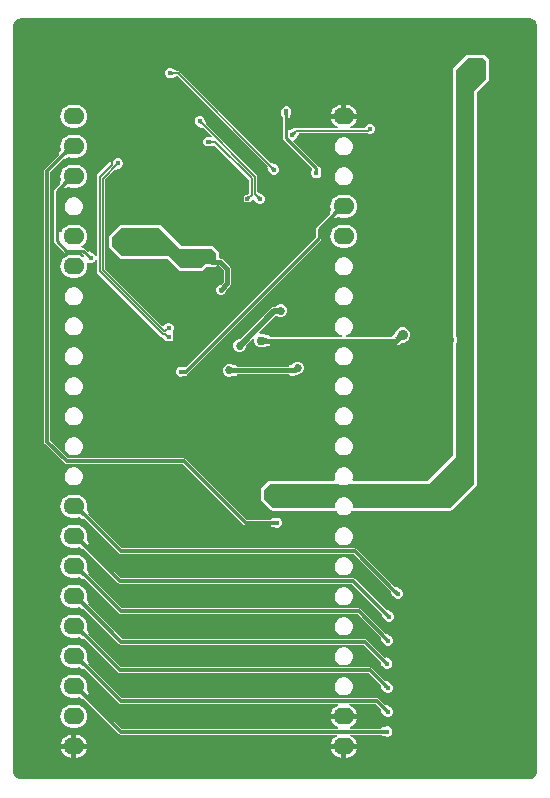
<source format=gbl>
G04*
G04 #@! TF.GenerationSoftware,Altium Limited,Altium Designer,24.2.2 (26)*
G04*
G04 Layer_Physical_Order=4*
G04 Layer_Color=16711680*
%FSLAX25Y25*%
%MOIN*%
G70*
G04*
G04 #@! TF.SameCoordinates,A88BD47F-73B3-49E0-9FBC-4B96E2F328B5*
G04*
G04*
G04 #@! TF.FilePolarity,Positive*
G04*
G01*
G75*
%ADD11C,0.01000*%
%ADD12C,0.02000*%
%ADD14C,0.00800*%
%ADD15C,0.00600*%
%ADD73C,0.01200*%
%ADD76C,0.01800*%
%ADD77C,0.01600*%
%ADD80O,0.07000X0.05500*%
%ADD81C,0.01772*%
%ADD82C,0.03000*%
%ADD83C,0.02700*%
%ADD84C,0.03500*%
G36*
X346457Y546040D02*
X346726Y546040D01*
X347254Y545935D01*
X347751Y545729D01*
X348199Y545430D01*
X348579Y545049D01*
X348879Y544601D01*
X349084Y544104D01*
X349189Y543576D01*
X349189Y543307D01*
X349189Y295276D01*
Y295006D01*
X349084Y294479D01*
X348879Y293981D01*
X348579Y293533D01*
X348199Y293153D01*
X347751Y292854D01*
X347254Y292648D01*
X346726Y292543D01*
X346457Y292543D01*
X177165Y292543D01*
X176896D01*
X176368Y292648D01*
X175871Y292854D01*
X175423Y293153D01*
X175043Y293533D01*
X174744Y293981D01*
X174538Y294479D01*
X174433Y295006D01*
X174433Y295276D01*
X174433Y543307D01*
X174433Y543576D01*
X174538Y544104D01*
X174744Y544601D01*
X175043Y545049D01*
X175423Y545430D01*
X175871Y545729D01*
X176368Y545935D01*
X176896Y546040D01*
X177165Y546040D01*
X346457Y546040D01*
D02*
G37*
%LPC*%
G36*
X285446Y517162D02*
Y514186D01*
X289073D01*
X289049Y514365D01*
X288671Y515277D01*
X288070Y516060D01*
X287287Y516661D01*
X286375Y517039D01*
X285446Y517162D01*
D02*
G37*
G36*
X283846Y517162D02*
X282917Y517039D01*
X282004Y516661D01*
X281221Y516060D01*
X280620Y515277D01*
X280242Y514365D01*
X280219Y514186D01*
X283846D01*
Y517162D01*
D02*
G37*
G36*
X195396Y517168D02*
X193896D01*
X192917Y517039D01*
X192005Y516661D01*
X191221Y516060D01*
X190620Y515277D01*
X190242Y514365D01*
X190113Y513386D01*
X190242Y512407D01*
X190620Y511495D01*
X191221Y510711D01*
X192005Y510110D01*
X192917Y509732D01*
X193896Y509604D01*
X195396D01*
X196375Y509732D01*
X197287Y510110D01*
X198070Y510711D01*
X198671Y511495D01*
X199049Y512407D01*
X199178Y513386D01*
X199049Y514365D01*
X198671Y515277D01*
X198070Y516060D01*
X197287Y516661D01*
X196375Y517039D01*
X195396Y517168D01*
D02*
G37*
G36*
X265884Y516732D02*
X265218D01*
X264603Y516477D01*
X264133Y516007D01*
X263878Y515392D01*
Y514995D01*
X263847Y514945D01*
X263837Y514882D01*
X263810Y514822D01*
X263806Y514717D01*
X263799Y514696D01*
X263801Y514664D01*
X263783Y514553D01*
X263797Y514490D01*
X263795Y514425D01*
X263805Y514398D01*
X263827Y514057D01*
X263827Y513986D01*
X263837Y513937D01*
X263832Y513886D01*
X263876Y513743D01*
X263906Y513596D01*
X263934Y513555D01*
X263949Y513506D01*
X264045Y513391D01*
X264129Y513267D01*
X264171Y513239D01*
X264203Y513200D01*
X264336Y513130D01*
X264460Y513047D01*
X264475Y513044D01*
Y506307D01*
X264542Y505974D01*
X264731Y505691D01*
X274160Y496262D01*
X274065Y496127D01*
X274062Y496115D01*
X274055Y496104D01*
X274018Y495921D01*
X273977Y495739D01*
X273973Y495584D01*
X273968Y495523D01*
X273935Y495473D01*
X273925Y495427D01*
X273903Y495385D01*
X273887Y495233D01*
X273857Y495083D01*
X273866Y495037D01*
X273861Y494989D01*
X273881Y494923D01*
X273823Y494784D01*
Y494118D01*
X274078Y493503D01*
X274549Y493032D01*
X275164Y492777D01*
X275830D01*
X276445Y493032D01*
X276915Y493503D01*
X277170Y494118D01*
Y494784D01*
X277112Y494923D01*
X277132Y494989D01*
X277127Y495037D01*
X277136Y495083D01*
X277106Y495233D01*
X277091Y495385D01*
X277068Y495427D01*
X277059Y495473D01*
X277027Y495521D01*
X277017Y495658D01*
X277016Y495726D01*
X276976Y495914D01*
X276939Y496104D01*
X276935Y496109D01*
X276934Y496115D01*
X276825Y496274D01*
X276718Y496434D01*
X276712Y496438D01*
X276709Y496443D01*
X276547Y496548D01*
X276387Y496656D01*
X276381Y496657D01*
X276375Y496660D01*
X276186Y496695D01*
X276161Y496700D01*
X276113Y496773D01*
X267737Y505148D01*
X267944Y505648D01*
X268467Y505865D01*
X268938Y506336D01*
X268999Y506483D01*
X269094Y506540D01*
X269107Y506559D01*
X269126Y506571D01*
X269225Y506718D01*
X269329Y506861D01*
X269335Y506883D01*
X269347Y506902D01*
X269382Y507075D01*
X269399Y507144D01*
X269440Y507195D01*
X269475Y507232D01*
X269575Y507390D01*
X269679Y507545D01*
X269682Y507557D01*
X269688Y507568D01*
X269720Y507752D01*
X269736Y507832D01*
X292361D01*
X292458Y507735D01*
X293073Y507480D01*
X293738D01*
X294353Y507735D01*
X294824Y508206D01*
X295079Y508821D01*
Y509486D01*
X294824Y510101D01*
X294353Y510572D01*
X293738Y510827D01*
X293073D01*
X292458Y510572D01*
X291987Y510101D01*
X291732Y509486D01*
Y509370D01*
X286806D01*
X286706Y509870D01*
X287287Y510110D01*
X288070Y510711D01*
X288671Y511495D01*
X289049Y512407D01*
X289073Y512586D01*
X284646D01*
X280219D01*
X280242Y512407D01*
X280620Y511495D01*
X281221Y510711D01*
X282004Y510110D01*
X282585Y509870D01*
X282485Y509370D01*
X268837D01*
X268710Y509345D01*
X268584Y509433D01*
X268572Y509436D01*
X268562Y509443D01*
X268378Y509480D01*
X268196Y509520D01*
X268184Y509518D01*
X268172Y509521D01*
X267988Y509484D01*
X267804Y509452D01*
X267793Y509445D01*
X267781Y509443D01*
X267626Y509339D01*
X267468Y509239D01*
X267420Y509194D01*
X267397Y509173D01*
X267384Y509163D01*
X267312Y509146D01*
X267138Y509111D01*
X267119Y509098D01*
X267097Y509093D01*
X266954Y508988D01*
X266808Y508890D01*
X266795Y508871D01*
X266776Y508857D01*
X266719Y508763D01*
X266718Y508762D01*
X266217Y509001D01*
Y512746D01*
X266264Y512775D01*
X266331Y512795D01*
X266431Y512879D01*
X266542Y512947D01*
X266583Y513004D01*
X266637Y513049D01*
X266698Y513164D01*
X266774Y513270D01*
X266791Y513339D01*
X266824Y513401D01*
X266836Y513530D01*
X266865Y513657D01*
X266869Y513765D01*
X266892Y513791D01*
X266939Y513931D01*
X267000Y514065D01*
X267002Y514118D01*
X267019Y514168D01*
X267016Y514222D01*
X267224Y514726D01*
Y515392D01*
X266970Y516007D01*
X266499Y516477D01*
X265884Y516732D01*
D02*
G37*
G36*
X285041Y506386D02*
X284251D01*
X283488Y506181D01*
X282804Y505786D01*
X282245Y505228D01*
X281850Y504544D01*
X281646Y503781D01*
Y502991D01*
X281850Y502228D01*
X282245Y501544D01*
X282804Y500985D01*
X283488Y500590D01*
X284251Y500386D01*
X285041D01*
X285804Y500590D01*
X286488Y500985D01*
X287046Y501544D01*
X287441Y502228D01*
X287646Y502991D01*
Y503781D01*
X287441Y504544D01*
X287046Y505228D01*
X286488Y505786D01*
X285804Y506181D01*
X285041Y506386D01*
D02*
G37*
G36*
X195396Y507168D02*
X193896D01*
X192917Y507039D01*
X192005Y506661D01*
X191221Y506060D01*
X190620Y505277D01*
X190242Y504365D01*
X190113Y503386D01*
X190242Y502407D01*
X190340Y502171D01*
X190150Y501938D01*
X189992Y501772D01*
X189891Y501614D01*
X189786Y501457D01*
X189784Y501446D01*
X189778Y501437D01*
X189745Y501251D01*
X189709Y501067D01*
X189711Y501056D01*
X189709Y501045D01*
X189750Y500861D01*
X189786Y500677D01*
X189793Y500667D01*
X189794Y500661D01*
X185040Y495906D01*
X184829Y495591D01*
X184755Y495219D01*
Y404978D01*
X184829Y404606D01*
X185040Y404290D01*
X191593Y397737D01*
X191909Y397526D01*
X192281Y397452D01*
X231103D01*
X251225Y377331D01*
X251540Y377120D01*
X251913Y377046D01*
X260235D01*
X260237Y377037D01*
X260240Y377033D01*
X260241Y377028D01*
X260348Y376868D01*
X260455Y376705D01*
X260459Y376702D01*
X260461Y376698D01*
X260623Y376590D01*
X260783Y376480D01*
X260788Y376479D01*
X260792Y376477D01*
X260982Y376439D01*
X261173Y376399D01*
X261498Y376396D01*
X261601Y376392D01*
X261601Y376392D01*
X261601Y376392D01*
X261630Y376390D01*
X261654Y376394D01*
X261726Y376379D01*
X261729Y376380D01*
X261733Y376379D01*
X261865Y376405D01*
X261887Y376406D01*
X262033Y376345D01*
X262698D01*
X263313Y376600D01*
X263784Y377071D01*
X264039Y377686D01*
Y378351D01*
X263784Y378966D01*
X263313Y379437D01*
X262698Y379692D01*
X262033D01*
X261881Y379629D01*
X261733Y379658D01*
X261715Y379655D01*
X261696Y379658D01*
X261145Y379638D01*
X260970Y379596D01*
X260792Y379561D01*
X260776Y379550D01*
X260758Y379546D01*
X260612Y379440D01*
X260461Y379340D01*
X260451Y379324D01*
X260436Y379313D01*
X260341Y379159D01*
X260241Y379009D01*
X260237Y378992D01*
X252316D01*
X232194Y399113D01*
X231879Y399324D01*
X231506Y399398D01*
X192684D01*
X186701Y405381D01*
Y494815D01*
X191170Y499285D01*
X191177Y499283D01*
X191187Y499277D01*
X191371Y499240D01*
X191554Y499199D01*
X191566Y499201D01*
X191577Y499199D01*
X191761Y499236D01*
X191946Y499268D01*
X191956Y499274D01*
X191967Y499277D01*
X192123Y499381D01*
X192282Y499482D01*
X192459Y499651D01*
X192598Y499771D01*
X192677Y499831D01*
X192917Y499732D01*
X193896Y499604D01*
X195396D01*
X196375Y499732D01*
X197287Y500110D01*
X198070Y500711D01*
X198671Y501495D01*
X199049Y502407D01*
X199178Y503386D01*
X199049Y504365D01*
X198671Y505277D01*
X198070Y506060D01*
X197287Y506661D01*
X196375Y507039D01*
X195396Y507168D01*
D02*
G37*
G36*
X209683Y499409D02*
X209018D01*
X208403Y499155D01*
X207932Y498684D01*
X207870Y498534D01*
X207761Y498465D01*
X207754Y498455D01*
X207744Y498448D01*
X207640Y498293D01*
X207551Y498167D01*
X207508Y498127D01*
X207468Y498106D01*
X207016Y498015D01*
X206993Y498019D01*
X206933Y498078D01*
X206294D01*
X202357Y494141D01*
Y466844D01*
X201856Y466745D01*
X201714Y467090D01*
X201243Y467560D01*
X201104Y467618D01*
X201071Y467679D01*
X201034Y467709D01*
X201007Y467748D01*
X200881Y467833D01*
X200762Y467929D01*
X200716Y467943D01*
X200677Y467970D01*
X200621Y467981D01*
X200517Y468071D01*
X200468Y468118D01*
X200307Y468223D01*
X200146Y468330D01*
X200140Y468331D01*
X200135Y468335D01*
X199945Y468370D01*
X199756Y468408D01*
X199750Y468406D01*
X199744Y468408D01*
X199555Y468368D01*
X199366Y468330D01*
X199361Y468327D01*
X199354Y468325D01*
X199348Y468321D01*
X198352Y469317D01*
X198070Y469506D01*
X197736Y469572D01*
X197294D01*
X197194Y470072D01*
X197287Y470110D01*
X198070Y470711D01*
X198671Y471495D01*
X199049Y472407D01*
X199178Y473386D01*
X199049Y474365D01*
X198671Y475277D01*
X198070Y476060D01*
X197287Y476661D01*
X196375Y477039D01*
X195396Y477168D01*
X193896D01*
X192917Y477039D01*
X192005Y476661D01*
X191221Y476060D01*
X190620Y475277D01*
X190347Y474619D01*
X189847Y474718D01*
Y488106D01*
X191223Y489481D01*
X191232Y489479D01*
X191241Y489473D01*
X191425Y489436D01*
X191608Y489395D01*
X191620Y489397D01*
X191631Y489395D01*
X191815Y489432D01*
X192000Y489464D01*
X192010Y489470D01*
X192022Y489473D01*
X192178Y489577D01*
X192336Y489677D01*
X192475Y489811D01*
X192557Y489881D01*
X192917Y489732D01*
X193896Y489604D01*
X195396D01*
X196375Y489732D01*
X197287Y490110D01*
X198070Y490711D01*
X198671Y491495D01*
X199049Y492407D01*
X199178Y493386D01*
X199049Y494365D01*
X198671Y495277D01*
X198070Y496060D01*
X197287Y496661D01*
X196375Y497039D01*
X195396Y497168D01*
X193896D01*
X192917Y497039D01*
X192005Y496661D01*
X191221Y496060D01*
X190620Y495277D01*
X190242Y494365D01*
X190113Y493386D01*
X190242Y492407D01*
X190391Y492048D01*
X190320Y491965D01*
X190187Y491826D01*
X190087Y491668D01*
X189982Y491512D01*
X189980Y491500D01*
X189974Y491490D01*
X189941Y491306D01*
X189905Y491122D01*
X189907Y491110D01*
X189905Y491099D01*
X189946Y490915D01*
X189982Y490731D01*
X189989Y490722D01*
X189991Y490713D01*
X188361Y489082D01*
X188172Y488800D01*
X188105Y488467D01*
Y471872D01*
X188172Y471538D01*
X188361Y471256D01*
X191531Y468085D01*
X191814Y467896D01*
X192147Y467830D01*
X197375D01*
X198051Y467154D01*
X197971Y466670D01*
X197535Y466471D01*
X197287Y466661D01*
X196375Y467039D01*
X195396Y467168D01*
X193896D01*
X192917Y467039D01*
X192005Y466661D01*
X191221Y466060D01*
X190620Y465277D01*
X190242Y464365D01*
X190113Y463386D01*
X190242Y462407D01*
X190620Y461495D01*
X191221Y460711D01*
X192005Y460110D01*
X192917Y459732D01*
X193896Y459604D01*
X195396D01*
X196375Y459732D01*
X197287Y460110D01*
X198070Y460711D01*
X198671Y461495D01*
X199049Y462407D01*
X199178Y463386D01*
X199052Y464346D01*
X199105Y464414D01*
X199461Y464676D01*
X199962Y464468D01*
X200628D01*
X201243Y464723D01*
X201714Y465194D01*
X201856Y465539D01*
X202357Y465439D01*
Y461267D01*
X223715Y439909D01*
X224139D01*
X225517Y438531D01*
X227849D01*
Y441538D01*
X227849Y441538D01*
X227849D01*
X227769Y442038D01*
X227953Y442482D01*
Y443148D01*
X227698Y443763D01*
X227227Y444233D01*
X226612Y444488D01*
X225947D01*
X225332Y444233D01*
X224861Y443763D01*
X224704Y443384D01*
X224144Y443236D01*
X204899Y462481D01*
Y492342D01*
X208187Y495629D01*
X208190Y495628D01*
X208207Y495617D01*
X208383Y495582D01*
X208558Y495540D01*
X208578Y495543D01*
X208597Y495539D01*
X208773Y495574D01*
X208951Y495603D01*
X208968Y495613D01*
X208987Y495617D01*
X209137Y495717D01*
X209290Y495811D01*
X209310Y495829D01*
X209314Y495830D01*
X209366Y495831D01*
X209548Y495872D01*
X209732Y495908D01*
X209742Y495915D01*
X209754Y495918D01*
X209907Y496026D01*
X210063Y496130D01*
X210069Y496140D01*
X210080Y496147D01*
X210149Y496256D01*
X210298Y496318D01*
X210769Y496788D01*
X211024Y497403D01*
Y498069D01*
X210769Y498684D01*
X210298Y499155D01*
X209683Y499409D01*
D02*
G37*
G36*
X227006Y529429D02*
X226340D01*
X225725Y529174D01*
X225255Y528704D01*
X225000Y528089D01*
Y527423D01*
X225255Y526808D01*
X225725Y526337D01*
X226340Y526083D01*
X227006D01*
X227156Y526145D01*
X227281Y526117D01*
X227294Y526119D01*
X227306Y526116D01*
X227489Y526153D01*
X227674Y526185D01*
X227684Y526191D01*
X227696Y526194D01*
X227852Y526298D01*
X228009Y526398D01*
X228047Y526434D01*
X228050Y526436D01*
X228078Y526437D01*
X228252Y526479D01*
X228428Y526514D01*
X228445Y526525D01*
X228465Y526530D01*
X228610Y526635D01*
X228759Y526735D01*
X228823Y526767D01*
X229247Y526804D01*
X229380Y526763D01*
X259310Y496833D01*
X259309Y496829D01*
X259298Y496812D01*
X259263Y496636D01*
X259221Y496462D01*
X259224Y496442D01*
X259220Y496422D01*
X259255Y496246D01*
X259284Y496069D01*
X259294Y496052D01*
X259298Y496032D01*
X259398Y495883D01*
X259492Y495730D01*
X259511Y495709D01*
X259511Y495706D01*
X259512Y495654D01*
X259553Y495471D01*
X259590Y495288D01*
X259596Y495278D01*
X259599Y495265D01*
X259707Y495113D01*
X259811Y494957D01*
X259821Y494950D01*
X259828Y494940D01*
X259937Y494871D01*
X259999Y494722D01*
X260470Y494251D01*
X261085Y493996D01*
X261750D01*
X262365Y494251D01*
X262836Y494722D01*
X263090Y495336D01*
Y496002D01*
X262836Y496617D01*
X262365Y497088D01*
X262215Y497150D01*
X262146Y497259D01*
X262136Y497266D01*
X262129Y497276D01*
X261974Y497380D01*
X261821Y497487D01*
X261809Y497490D01*
X261799Y497497D01*
X261615Y497534D01*
X261433Y497574D01*
X261381Y497576D01*
X261377Y497576D01*
X261357Y497595D01*
X261204Y497689D01*
X261054Y497789D01*
X261035Y497792D01*
X261018Y497803D01*
X260840Y497831D01*
X260664Y497866D01*
X260645Y497862D01*
X260625Y497865D01*
X260450Y497824D01*
X260274Y497789D01*
X260257Y497777D01*
X260254Y497777D01*
X229802Y528228D01*
X229586Y528372D01*
X229331Y528423D01*
X228980Y528446D01*
X228880Y528595D01*
X228786Y528748D01*
X228770Y528760D01*
X228759Y528777D01*
X228610Y528877D01*
X228465Y528982D01*
X228445Y528987D01*
X228428Y528998D01*
X228252Y529033D01*
X228078Y529075D01*
X228050Y529076D01*
X228047Y529078D01*
X228009Y529114D01*
X227852Y529214D01*
X227696Y529318D01*
X227684Y529320D01*
X227674Y529327D01*
X227489Y529359D01*
X227306Y529396D01*
X227294Y529393D01*
X227282Y529395D01*
X227156Y529367D01*
X227006Y529429D01*
D02*
G37*
G36*
X285041Y496386D02*
X284251D01*
X283488Y496181D01*
X282804Y495786D01*
X282245Y495228D01*
X281850Y494544D01*
X281646Y493781D01*
Y492991D01*
X281850Y492228D01*
X282245Y491544D01*
X282804Y490985D01*
X283488Y490590D01*
X284251Y490386D01*
X285041D01*
X285804Y490590D01*
X286488Y490985D01*
X287046Y491544D01*
X287441Y492228D01*
X287646Y492991D01*
Y493781D01*
X287441Y494544D01*
X287046Y495228D01*
X286488Y495786D01*
X285804Y496181D01*
X285041Y496386D01*
D02*
G37*
G36*
X236947Y513484D02*
X236281D01*
X235666Y513230D01*
X235196Y512759D01*
X234941Y512144D01*
Y511478D01*
X235196Y510863D01*
X235666Y510393D01*
X235816Y510330D01*
X235885Y510222D01*
X235895Y510215D01*
X235902Y510204D01*
X236057Y510101D01*
X236210Y509993D01*
X236223Y509990D01*
X236233Y509983D01*
X236416Y509947D01*
X236599Y509906D01*
X236650Y509905D01*
X236654Y509904D01*
X236675Y509885D01*
X236828Y509792D01*
X236977Y509692D01*
X236997Y509688D01*
X237014Y509677D01*
X237191Y509649D01*
X237367Y509614D01*
X237387Y509618D01*
X237407Y509615D01*
X237581Y509657D01*
X237757Y509692D01*
X237774Y509703D01*
X237778Y509704D01*
X240622Y506860D01*
X240431Y506398D01*
X238612D01*
X237795Y505581D01*
Y504482D01*
X238734Y503543D01*
X241634D01*
X253150Y492028D01*
Y487894D01*
X252559Y487303D01*
X252067D01*
X251476Y486713D01*
Y485039D01*
X251772Y484744D01*
X253377D01*
X254306Y485673D01*
X254577Y485650D01*
X254852Y485512D01*
X254865Y485445D01*
X254872Y485435D01*
X254875Y485423D01*
X254982Y485270D01*
X255086Y485115D01*
X255097Y485108D01*
X255104Y485098D01*
X255212Y485029D01*
X255274Y484879D01*
X255745Y484408D01*
X256360Y484154D01*
X257026D01*
X257641Y484408D01*
X258111Y484879D01*
X258366Y485494D01*
Y486160D01*
X258111Y486775D01*
X257641Y487245D01*
X257491Y487307D01*
X257422Y487416D01*
X257412Y487423D01*
X257405Y487433D01*
X257250Y487537D01*
X257097Y487645D01*
X257084Y487648D01*
X257074Y487654D01*
X256891Y487691D01*
X256709Y487732D01*
X256657Y487733D01*
X256653Y487734D01*
X256632Y487752D01*
X256479Y487846D01*
X256330Y487946D01*
X256310Y487950D01*
X256293Y487960D01*
X256116Y487989D01*
X255940Y488024D01*
X255785Y488485D01*
Y493307D01*
X255734Y493562D01*
X255590Y493779D01*
X255590Y493779D01*
X238721Y510647D01*
X238722Y510651D01*
X238734Y510668D01*
X238769Y510844D01*
X238810Y511019D01*
X238807Y511038D01*
X238811Y511058D01*
X238776Y511234D01*
X238748Y511411D01*
X238737Y511428D01*
X238734Y511448D01*
X238634Y511597D01*
X238540Y511751D01*
X238521Y511771D01*
X238521Y511775D01*
X238519Y511827D01*
X238478Y512009D01*
X238442Y512192D01*
X238435Y512203D01*
X238432Y512215D01*
X238325Y512368D01*
X238221Y512523D01*
X238211Y512530D01*
X238203Y512540D01*
X238095Y512609D01*
X238033Y512759D01*
X237562Y513230D01*
X236947Y513484D01*
D02*
G37*
G36*
X195041Y486386D02*
X194251D01*
X193488Y486181D01*
X192804Y485786D01*
X192245Y485228D01*
X191850Y484544D01*
X191646Y483781D01*
Y482991D01*
X191850Y482228D01*
X192245Y481544D01*
X192804Y480985D01*
X193488Y480590D01*
X194251Y480386D01*
X195041D01*
X195804Y480590D01*
X196488Y480985D01*
X197046Y481544D01*
X197441Y482228D01*
X197646Y482991D01*
Y483781D01*
X197441Y484544D01*
X197046Y485228D01*
X196488Y485786D01*
X195804Y486181D01*
X195041Y486386D01*
D02*
G37*
G36*
X285396Y487168D02*
X283896D01*
X282917Y487039D01*
X282004Y486661D01*
X281221Y486060D01*
X280620Y485277D01*
X280242Y484365D01*
X280113Y483386D01*
X280242Y482407D01*
X280391Y482048D01*
X280320Y481965D01*
X280187Y481826D01*
X280087Y481668D01*
X279982Y481512D01*
X279980Y481500D01*
X279974Y481490D01*
X279941Y481306D01*
X279905Y481122D01*
X279907Y481110D01*
X279905Y481099D01*
X279946Y480915D01*
X279982Y480731D01*
X279989Y480722D01*
X279991Y480713D01*
X275702Y476424D01*
X275513Y476141D01*
X275447Y475808D01*
Y473234D01*
X231991Y429778D01*
X231979Y429781D01*
X231968Y429788D01*
X231785Y429825D01*
X231604Y429866D01*
X231448Y429870D01*
X231388Y429875D01*
X231338Y429909D01*
X231291Y429918D01*
X231249Y429941D01*
X231097Y429956D01*
X230948Y429986D01*
X230901Y429977D01*
X230854Y429982D01*
X230787Y429962D01*
X230648Y430020D01*
X229982D01*
X229367Y429765D01*
X228896Y429294D01*
X228642Y428679D01*
Y428014D01*
X228896Y427399D01*
X229367Y426928D01*
X229982Y426673D01*
X230648D01*
X230787Y426731D01*
X230854Y426711D01*
X230901Y426716D01*
X230948Y426707D01*
X231097Y426737D01*
X231249Y426752D01*
X231291Y426775D01*
X231338Y426784D01*
X231385Y426816D01*
X231522Y426826D01*
X231590Y426827D01*
X231779Y426867D01*
X231968Y426904D01*
X231973Y426908D01*
X231979Y426909D01*
X232138Y427018D01*
X232299Y427126D01*
X232302Y427131D01*
X232307Y427134D01*
X232413Y427296D01*
X232520Y427456D01*
X232521Y427462D01*
X232524Y427468D01*
X232560Y427657D01*
X232597Y427846D01*
Y427920D01*
X276934Y472257D01*
X276934Y472257D01*
X277122Y472540D01*
X277189Y472873D01*
X277189Y472873D01*
Y475447D01*
X281223Y479481D01*
X281232Y479479D01*
X281241Y479473D01*
X281425Y479436D01*
X281608Y479395D01*
X281620Y479397D01*
X281631Y479395D01*
X281816Y479432D01*
X282000Y479464D01*
X282010Y479470D01*
X282022Y479473D01*
X282178Y479577D01*
X282336Y479677D01*
X282475Y479811D01*
X282557Y479881D01*
X282917Y479732D01*
X283896Y479603D01*
X285396D01*
X286375Y479732D01*
X287287Y480110D01*
X288070Y480711D01*
X288671Y481495D01*
X289049Y482407D01*
X289178Y483386D01*
X289049Y484365D01*
X288671Y485277D01*
X288070Y486060D01*
X287287Y486661D01*
X286375Y487039D01*
X285396Y487168D01*
D02*
G37*
G36*
Y477168D02*
X283896D01*
X282917Y477039D01*
X282004Y476661D01*
X281221Y476060D01*
X280620Y475277D01*
X280242Y474365D01*
X280113Y473386D01*
X280242Y472407D01*
X280620Y471495D01*
X281221Y470711D01*
X282004Y470110D01*
X282917Y469732D01*
X283896Y469603D01*
X285396D01*
X286375Y469732D01*
X287287Y470110D01*
X288070Y470711D01*
X288671Y471495D01*
X289049Y472407D01*
X289178Y473386D01*
X289049Y474365D01*
X288671Y475277D01*
X288070Y476060D01*
X287287Y476661D01*
X286375Y477039D01*
X285396Y477168D01*
D02*
G37*
G36*
X285041Y466386D02*
X284251D01*
X283488Y466181D01*
X282804Y465786D01*
X282245Y465228D01*
X281850Y464544D01*
X281646Y463781D01*
Y462991D01*
X281850Y462228D01*
X282245Y461544D01*
X282804Y460985D01*
X283488Y460590D01*
X284251Y460386D01*
X285041D01*
X285804Y460590D01*
X286488Y460985D01*
X287046Y461544D01*
X287441Y462228D01*
X287646Y462991D01*
Y463781D01*
X287441Y464544D01*
X287046Y465228D01*
X286488Y465786D01*
X285804Y466181D01*
X285041Y466386D01*
D02*
G37*
G36*
X210335Y477201D02*
X209945Y477123D01*
X209614Y476902D01*
X206661Y473949D01*
X206440Y473619D01*
X206362Y473228D01*
Y470177D01*
X206440Y469787D01*
X206661Y469456D01*
X209909Y466208D01*
X210240Y465987D01*
X210630Y465909D01*
X225759D01*
X229594Y462074D01*
X229925Y461853D01*
X230315Y461776D01*
X237106D01*
X237496Y461853D01*
X237827Y462074D01*
X238808Y463055D01*
X241437D01*
X241827Y463133D01*
X242158Y463354D01*
X242555Y463751D01*
X242951D01*
X244689Y462012D01*
Y458309D01*
X243664Y457283D01*
X243368D01*
X242753Y457029D01*
X242282Y456558D01*
X242028Y455943D01*
Y455277D01*
X242282Y454662D01*
X242753Y454192D01*
X243368Y453937D01*
X244034D01*
X244649Y454192D01*
X245119Y454662D01*
X245374Y455277D01*
Y455665D01*
X246698Y456989D01*
X246954Y457371D01*
X247043Y457821D01*
Y462500D01*
X246954Y462950D01*
X246698Y463332D01*
X244271Y465760D01*
X243889Y466015D01*
X243438Y466105D01*
X243146D01*
Y467913D01*
X243068Y468304D01*
X242847Y468634D01*
X241469Y470012D01*
X241138Y470233D01*
X240748Y470311D01*
X230540D01*
X223949Y476902D01*
X223619Y477123D01*
X223228Y477201D01*
X210335Y477201D01*
D02*
G37*
G36*
X285041Y456386D02*
X284251D01*
X283488Y456181D01*
X282804Y455786D01*
X282245Y455228D01*
X281850Y454544D01*
X281646Y453781D01*
Y452991D01*
X281850Y452228D01*
X282245Y451544D01*
X282804Y450985D01*
X283488Y450590D01*
X284251Y450386D01*
X285041D01*
X285804Y450590D01*
X286488Y450985D01*
X287046Y451544D01*
X287441Y452228D01*
X287646Y452991D01*
Y453781D01*
X287441Y454544D01*
X287046Y455228D01*
X286488Y455786D01*
X285804Y456181D01*
X285041Y456386D01*
D02*
G37*
G36*
X195041D02*
X194251D01*
X193488Y456181D01*
X192804Y455786D01*
X192245Y455228D01*
X191850Y454544D01*
X191646Y453781D01*
Y452991D01*
X191850Y452228D01*
X192245Y451544D01*
X192804Y450985D01*
X193488Y450590D01*
X194251Y450386D01*
X195041D01*
X195804Y450590D01*
X196488Y450985D01*
X197046Y451544D01*
X197441Y452228D01*
X197646Y452991D01*
Y453781D01*
X197441Y454544D01*
X197046Y455228D01*
X196488Y455786D01*
X195804Y456181D01*
X195041Y456386D01*
D02*
G37*
G36*
X264106Y450760D02*
X263256D01*
X262470Y450434D01*
X261905Y449869D01*
X261480D01*
X260952Y449764D01*
X260504Y449465D01*
X250185Y439145D01*
X249575D01*
X248789Y438820D01*
X248188Y438219D01*
X247863Y437433D01*
Y436583D01*
X248188Y435797D01*
X248789Y435196D01*
X249575Y434870D01*
X250425D01*
X251211Y435196D01*
X251812Y435797D01*
X252137Y436583D01*
Y437192D01*
X254383Y439438D01*
X254807Y439155D01*
X254799Y439136D01*
Y438226D01*
X255147Y437385D01*
X255791Y436742D01*
X256632Y436394D01*
X257542D01*
X258097Y436624D01*
X258158Y436612D01*
X258291Y436638D01*
X258427Y436648D01*
X258485Y436677D01*
X258548Y436689D01*
X258609Y436730D01*
X258610Y436730D01*
X259057Y436760D01*
X259196Y436762D01*
X259386Y436801D01*
X259577Y436839D01*
X259581Y436842D01*
X259585Y436843D01*
X259746Y436952D01*
X259908Y437060D01*
X259910Y437064D01*
X259914Y437067D01*
X260020Y437229D01*
X260129Y437391D01*
X260129Y437395D01*
X260132Y437399D01*
X260133Y437402D01*
X302001D01*
X302199Y437442D01*
X302239Y437400D01*
X302332Y437358D01*
X302416Y437300D01*
X302513Y437279D01*
X302603Y437239D01*
X302705Y437236D01*
X302804Y437214D01*
X302902Y437231D01*
X303000Y437229D01*
X303096Y437266D01*
X303196Y437284D01*
X303279Y437337D01*
X303372Y437372D01*
X303446Y437443D01*
X303532Y437498D01*
X303651Y437612D01*
X303744Y437693D01*
X303823Y437755D01*
X303887Y437799D01*
X303931Y437824D01*
X303938Y437827D01*
X303943Y437827D01*
X303944Y437828D01*
X304035Y437835D01*
X304197Y437837D01*
X304232Y437852D01*
X304271Y437855D01*
X304414Y437929D01*
X304563Y437993D01*
X304583Y438014D01*
X304835D01*
X305768Y438400D01*
X306482Y439114D01*
X306868Y440047D01*
Y441056D01*
X306482Y441989D01*
X305768Y442702D01*
X304835Y443089D01*
X303826D01*
X302893Y442702D01*
X302180Y441989D01*
X302068Y441718D01*
X302063Y441714D01*
X302034Y441702D01*
X301916Y441582D01*
X301792Y441470D01*
X301778Y441441D01*
X301755Y441418D01*
X301692Y441262D01*
X301644Y441162D01*
X301638Y441152D01*
X301632Y441135D01*
X301620Y441111D01*
X301619Y441108D01*
X301547Y440995D01*
X301509Y440946D01*
X301225Y440623D01*
X301110Y440505D01*
X301064Y440435D01*
X301005Y440378D01*
X300957Y440270D01*
X300892Y440171D01*
X300877Y440090D01*
X300843Y440015D01*
X300842Y439960D01*
X285383D01*
X285317Y440460D01*
X285804Y440590D01*
X286488Y440985D01*
X287046Y441544D01*
X287441Y442228D01*
X287646Y442991D01*
Y443781D01*
X287441Y444544D01*
X287046Y445228D01*
X286488Y445786D01*
X285804Y446181D01*
X285041Y446386D01*
X284251D01*
X283488Y446181D01*
X282804Y445786D01*
X282245Y445228D01*
X281850Y444544D01*
X281646Y443781D01*
Y442991D01*
X281850Y442228D01*
X282245Y441544D01*
X282804Y440985D01*
X283488Y440590D01*
X283974Y440460D01*
X283908Y439960D01*
X260133D01*
X260132Y439963D01*
X260129Y439967D01*
X260129Y439971D01*
X260020Y440133D01*
X259914Y440296D01*
X259910Y440298D01*
X259908Y440302D01*
X259746Y440410D01*
X259585Y440520D01*
X259581Y440520D01*
X259577Y440523D01*
X259386Y440561D01*
X259196Y440601D01*
X259043Y440602D01*
X258796Y440612D01*
X258627Y440629D01*
X258609Y440632D01*
X258548Y440673D01*
X258485Y440686D01*
X258427Y440715D01*
X258291Y440724D01*
X258158Y440751D01*
X258097Y440738D01*
X257542Y440969D01*
X256632D01*
X256613Y440961D01*
X256329Y441385D01*
X262052Y447107D01*
X262173D01*
X262470Y446810D01*
X263256Y446485D01*
X264106D01*
X264892Y446810D01*
X265493Y447411D01*
X265819Y448197D01*
Y449047D01*
X265493Y449833D01*
X264892Y450434D01*
X264106Y450760D01*
D02*
G37*
G36*
X195041Y446386D02*
X194251D01*
X193488Y446181D01*
X192804Y445786D01*
X192245Y445228D01*
X191850Y444544D01*
X191646Y443781D01*
Y442991D01*
X191850Y442228D01*
X192245Y441544D01*
X192804Y440985D01*
X193488Y440590D01*
X194251Y440386D01*
X195041D01*
X195804Y440590D01*
X196488Y440985D01*
X197046Y441544D01*
X197441Y442228D01*
X197646Y442991D01*
Y443781D01*
X197441Y444544D01*
X197046Y445228D01*
X196488Y445786D01*
X195804Y446181D01*
X195041Y446386D01*
D02*
G37*
G36*
X269717Y431665D02*
X268866D01*
X268081Y431340D01*
X267479Y430738D01*
X267452Y430673D01*
X267255Y430660D01*
X267130Y430660D01*
X267064Y430646D01*
X266997Y430650D01*
X266871Y430607D01*
X266740Y430580D01*
X266684Y430542D01*
X266621Y430520D01*
X266521Y430431D01*
X266411Y430357D01*
X266374Y430300D01*
X266323Y430256D01*
X266265Y430136D01*
X266192Y430025D01*
X266191Y430019D01*
X249218D01*
X249216Y430028D01*
X249215Y430029D01*
X249215Y430030D01*
X249105Y430194D01*
X248996Y430359D01*
X248995Y430360D01*
X248994Y430361D01*
X248830Y430471D01*
X248666Y430581D01*
X248664Y430581D01*
X248663Y430582D01*
X248471Y430620D01*
X248276Y430660D01*
X248132Y430660D01*
X247707Y430670D01*
X247628Y430676D01*
X247614Y430678D01*
X247607Y430678D01*
X247594Y430679D01*
X247588Y430678D01*
X247509Y430701D01*
X247464Y430696D01*
X247421Y430705D01*
X247339Y430688D01*
X246882Y430878D01*
X246031D01*
X245246Y430552D01*
X244645Y429951D01*
X244319Y429165D01*
Y428315D01*
X244645Y427529D01*
X245246Y426928D01*
X246031Y426603D01*
X246882D01*
X247339Y426792D01*
X247421Y426776D01*
X247448Y426781D01*
X247475Y426777D01*
X248327Y426822D01*
X248494Y426864D01*
X248663Y426898D01*
X248686Y426913D01*
X248712Y426920D01*
X248850Y427023D01*
X248994Y427119D01*
X249009Y427142D01*
X249031Y427158D01*
X249119Y427307D01*
X249215Y427450D01*
X249217Y427461D01*
X266458D01*
X266505Y427325D01*
X266540Y427286D01*
X266562Y427238D01*
X266671Y427138D01*
X266769Y427027D01*
X266816Y427004D01*
X266855Y426969D01*
X266994Y426918D01*
X267127Y426854D01*
X267179Y426851D01*
X267228Y426833D01*
X267376Y426839D01*
X267524Y426830D01*
X267573Y426847D01*
X267626Y426849D01*
X269192Y427230D01*
X269350Y427304D01*
X269512Y427369D01*
X269530Y427387D01*
X269536Y427390D01*
X269717D01*
X270502Y427716D01*
X271103Y428317D01*
X271429Y429102D01*
Y429953D01*
X271103Y430738D01*
X270502Y431340D01*
X269717Y431665D01*
D02*
G37*
G36*
X285041Y436386D02*
X284251D01*
X283488Y436181D01*
X282804Y435786D01*
X282245Y435228D01*
X281850Y434544D01*
X281646Y433781D01*
Y432991D01*
X281850Y432228D01*
X282245Y431544D01*
X282804Y430985D01*
X283488Y430590D01*
X284251Y430386D01*
X285041D01*
X285804Y430590D01*
X286488Y430985D01*
X287046Y431544D01*
X287441Y432228D01*
X287646Y432991D01*
Y433781D01*
X287441Y434544D01*
X287046Y435228D01*
X286488Y435786D01*
X285804Y436181D01*
X285041Y436386D01*
D02*
G37*
G36*
X195041D02*
X194251D01*
X193488Y436181D01*
X192804Y435786D01*
X192245Y435228D01*
X191850Y434544D01*
X191646Y433781D01*
Y432991D01*
X191850Y432228D01*
X192245Y431544D01*
X192804Y430985D01*
X193488Y430590D01*
X194251Y430386D01*
X195041D01*
X195804Y430590D01*
X196488Y430985D01*
X197046Y431544D01*
X197441Y432228D01*
X197646Y432991D01*
Y433781D01*
X197441Y434544D01*
X197046Y435228D01*
X196488Y435786D01*
X195804Y436181D01*
X195041Y436386D01*
D02*
G37*
G36*
X285041Y426386D02*
X284251D01*
X283488Y426181D01*
X282804Y425786D01*
X282245Y425228D01*
X281850Y424544D01*
X281646Y423781D01*
Y422991D01*
X281850Y422228D01*
X282245Y421544D01*
X282804Y420985D01*
X283488Y420590D01*
X284251Y420386D01*
X285041D01*
X285804Y420590D01*
X286488Y420985D01*
X287046Y421544D01*
X287441Y422228D01*
X287646Y422991D01*
Y423781D01*
X287441Y424544D01*
X287046Y425228D01*
X286488Y425786D01*
X285804Y426181D01*
X285041Y426386D01*
D02*
G37*
G36*
X195041D02*
X194251D01*
X193488Y426181D01*
X192804Y425786D01*
X192245Y425228D01*
X191850Y424544D01*
X191646Y423781D01*
Y422991D01*
X191850Y422228D01*
X192245Y421544D01*
X192804Y420985D01*
X193488Y420590D01*
X194251Y420386D01*
X195041D01*
X195804Y420590D01*
X196488Y420985D01*
X197046Y421544D01*
X197441Y422228D01*
X197646Y422991D01*
Y423781D01*
X197441Y424544D01*
X197046Y425228D01*
X196488Y425786D01*
X195804Y426181D01*
X195041Y426386D01*
D02*
G37*
G36*
X285041Y416386D02*
X284251D01*
X283488Y416181D01*
X282804Y415786D01*
X282245Y415228D01*
X281850Y414544D01*
X281646Y413781D01*
Y412991D01*
X281850Y412228D01*
X282245Y411544D01*
X282804Y410985D01*
X283488Y410590D01*
X284251Y410386D01*
X285041D01*
X285804Y410590D01*
X286488Y410985D01*
X287046Y411544D01*
X287441Y412228D01*
X287646Y412991D01*
Y413781D01*
X287441Y414544D01*
X287046Y415228D01*
X286488Y415786D01*
X285804Y416181D01*
X285041Y416386D01*
D02*
G37*
G36*
X195041D02*
X194251D01*
X193488Y416181D01*
X192804Y415786D01*
X192245Y415228D01*
X191850Y414544D01*
X191646Y413781D01*
Y412991D01*
X191850Y412228D01*
X192245Y411544D01*
X192804Y410985D01*
X193488Y410590D01*
X194251Y410386D01*
X195041D01*
X195804Y410590D01*
X196488Y410985D01*
X197046Y411544D01*
X197441Y412228D01*
X197646Y412991D01*
Y413781D01*
X197441Y414544D01*
X197046Y415228D01*
X196488Y415786D01*
X195804Y416181D01*
X195041Y416386D01*
D02*
G37*
G36*
X285041Y406386D02*
X284251D01*
X283488Y406181D01*
X282804Y405786D01*
X282245Y405228D01*
X281850Y404544D01*
X281646Y403781D01*
Y402991D01*
X281850Y402228D01*
X282245Y401544D01*
X282804Y400985D01*
X283488Y400590D01*
X284251Y400386D01*
X285041D01*
X285804Y400590D01*
X286488Y400985D01*
X287046Y401544D01*
X287441Y402228D01*
X287646Y402991D01*
Y403781D01*
X287441Y404544D01*
X287046Y405228D01*
X286488Y405786D01*
X285804Y406181D01*
X285041Y406386D01*
D02*
G37*
G36*
X195041D02*
X194251D01*
X193488Y406181D01*
X192804Y405786D01*
X192245Y405228D01*
X191850Y404544D01*
X191646Y403781D01*
Y402991D01*
X191850Y402228D01*
X192245Y401544D01*
X192804Y400985D01*
X193488Y400590D01*
X194251Y400386D01*
X195041D01*
X195804Y400590D01*
X196488Y400985D01*
X197046Y401544D01*
X197441Y402228D01*
X197646Y402991D01*
Y403781D01*
X197441Y404544D01*
X197046Y405228D01*
X196488Y405786D01*
X195804Y406181D01*
X195041Y406386D01*
D02*
G37*
G36*
X331000Y534020D02*
X326000D01*
X325610Y533942D01*
X325279Y533721D01*
X321279Y529721D01*
X321058Y529390D01*
X320980Y529000D01*
Y440209D01*
X321058Y439819D01*
X321279Y439488D01*
X321420Y439347D01*
X321520Y439106D01*
Y438846D01*
X321420Y438606D01*
X321279Y438465D01*
X321058Y438134D01*
X320980Y437744D01*
Y400422D01*
X312578Y392020D01*
X287864D01*
X287519Y392520D01*
X287646Y392991D01*
Y393781D01*
X287441Y394544D01*
X287046Y395228D01*
X286488Y395786D01*
X285804Y396181D01*
X285041Y396386D01*
X284251D01*
X283488Y396181D01*
X282804Y395786D01*
X282245Y395228D01*
X281850Y394544D01*
X281646Y393781D01*
Y392991D01*
X281772Y392520D01*
X281428Y392020D01*
X260000D01*
X259610Y391942D01*
X259279Y391721D01*
X257279Y389721D01*
X257058Y389390D01*
X256980Y389000D01*
Y386000D01*
X257058Y385610D01*
X257279Y385279D01*
X260279Y382279D01*
X260610Y382058D01*
X261000Y381980D01*
X281646D01*
X281957Y382042D01*
X282245Y381544D01*
X282804Y380985D01*
X283488Y380590D01*
X284251Y380386D01*
X285041D01*
X285804Y380590D01*
X286488Y380985D01*
X287046Y381544D01*
X287334Y382042D01*
X287646Y381980D01*
X320000D01*
X320390Y382058D01*
X320721Y382279D01*
X328721Y390279D01*
X328942Y390610D01*
X329020Y391000D01*
Y521578D01*
X332721Y525279D01*
X332942Y525610D01*
X333020Y526000D01*
Y532000D01*
X332942Y532390D01*
X332721Y532721D01*
X331721Y533721D01*
X331390Y533942D01*
X331000Y534020D01*
D02*
G37*
G36*
X195041Y396386D02*
X194251D01*
X193488Y396181D01*
X192804Y395786D01*
X192245Y395228D01*
X191850Y394544D01*
X191646Y393781D01*
Y392991D01*
X191850Y392228D01*
X192245Y391544D01*
X192804Y390985D01*
X193488Y390590D01*
X194251Y390386D01*
X195041D01*
X195804Y390590D01*
X196488Y390985D01*
X197046Y391544D01*
X197441Y392228D01*
X197646Y392991D01*
Y393781D01*
X197441Y394544D01*
X197046Y395228D01*
X196488Y395786D01*
X195804Y396181D01*
X195041Y396386D01*
D02*
G37*
G36*
X285041Y376386D02*
X284251D01*
X283488Y376181D01*
X282804Y375786D01*
X282245Y375228D01*
X281850Y374544D01*
X281646Y373781D01*
Y372991D01*
X281850Y372228D01*
X282245Y371544D01*
X282804Y370985D01*
X283488Y370590D01*
X284251Y370386D01*
X285041D01*
X285804Y370590D01*
X286488Y370985D01*
X287046Y371544D01*
X287441Y372228D01*
X287646Y372991D01*
Y373781D01*
X287441Y374544D01*
X287046Y375228D01*
X286488Y375786D01*
X285804Y376181D01*
X285041Y376386D01*
D02*
G37*
G36*
Y366386D02*
X284251D01*
X283488Y366181D01*
X282804Y365786D01*
X282245Y365228D01*
X281850Y364544D01*
X281646Y363781D01*
Y362991D01*
X281850Y362228D01*
X282245Y361544D01*
X282804Y360985D01*
X283488Y360590D01*
X284251Y360386D01*
X285041D01*
X285804Y360590D01*
X286488Y360985D01*
X287046Y361544D01*
X287441Y362228D01*
X287646Y362991D01*
Y363781D01*
X287441Y364544D01*
X287046Y365228D01*
X286488Y365786D01*
X285804Y366181D01*
X285041Y366386D01*
D02*
G37*
G36*
X195396Y387168D02*
X193896D01*
X192917Y387039D01*
X192005Y386662D01*
X191221Y386060D01*
X190620Y385277D01*
X190242Y384365D01*
X190113Y383386D01*
X190242Y382407D01*
X190620Y381495D01*
X191221Y380711D01*
X192005Y380110D01*
X192917Y379732D01*
X193896Y379604D01*
X195396D01*
X196375Y379732D01*
X196610Y379830D01*
X196844Y379641D01*
X197009Y379482D01*
X197168Y379381D01*
X197324Y379277D01*
X197335Y379274D01*
X197345Y379268D01*
X197530Y379236D01*
X197714Y379199D01*
X197725Y379201D01*
X197737Y379199D01*
X197920Y379240D01*
X198105Y379277D01*
X198114Y379283D01*
X198121Y379285D01*
X209688Y367718D01*
X210004Y367507D01*
X210376Y367432D01*
X288081D01*
X300466Y355047D01*
X300455Y355030D01*
X300445Y354978D01*
X300420Y354930D01*
X300407Y354784D01*
X300378Y354640D01*
X300389Y354587D01*
X300384Y354534D01*
X300428Y354394D01*
X300457Y354250D01*
X300487Y354205D01*
X300503Y354154D01*
X300598Y354042D01*
X300679Y353920D01*
X301055Y353547D01*
X301088Y353525D01*
X301112Y353495D01*
X301217Y353435D01*
X301239Y353383D01*
X301710Y352912D01*
X302325Y352658D01*
X302990D01*
X303605Y352912D01*
X304076Y353383D01*
X304331Y353998D01*
Y354663D01*
X304076Y355278D01*
X303605Y355749D01*
X303348Y355856D01*
X303334Y355870D01*
X303241Y355988D01*
X303214Y356004D01*
X303168Y356043D01*
X303164Y356048D01*
X303162Y356049D01*
X302922Y356259D01*
X302873Y356307D01*
X302829Y356336D01*
X302795Y356377D01*
X302664Y356446D01*
X302542Y356527D01*
X302489Y356537D01*
X302442Y356562D01*
X302295Y356575D01*
X302151Y356603D01*
X302099Y356592D01*
X302046Y356597D01*
X301905Y356553D01*
X301761Y356524D01*
X301750Y356516D01*
X289172Y369093D01*
X288857Y369304D01*
X288484Y369378D01*
X210779D01*
X199497Y380661D01*
X199499Y380667D01*
X199505Y380677D01*
X199542Y380861D01*
X199582Y381045D01*
X199580Y381056D01*
X199583Y381067D01*
X199546Y381251D01*
X199513Y381436D01*
X199507Y381446D01*
X199505Y381457D01*
X199400Y381613D01*
X199300Y381772D01*
X199130Y381949D01*
X199010Y382088D01*
X198950Y382168D01*
X199049Y382407D01*
X199178Y383386D01*
X199049Y384365D01*
X198671Y385277D01*
X198070Y386060D01*
X197287Y386662D01*
X196375Y387039D01*
X195396Y387168D01*
D02*
G37*
G36*
X285041Y356386D02*
X284251D01*
X283488Y356181D01*
X282804Y355786D01*
X282245Y355228D01*
X281850Y354544D01*
X281646Y353781D01*
Y352991D01*
X281850Y352228D01*
X282245Y351544D01*
X282804Y350985D01*
X283488Y350590D01*
X284251Y350386D01*
X285041D01*
X285804Y350590D01*
X286488Y350985D01*
X287046Y351544D01*
X287441Y352228D01*
X287646Y352991D01*
Y353781D01*
X287441Y354544D01*
X287046Y355228D01*
X286488Y355786D01*
X285804Y356181D01*
X285041Y356386D01*
D02*
G37*
G36*
X195396Y377168D02*
X193896D01*
X192917Y377039D01*
X192005Y376661D01*
X191221Y376060D01*
X190620Y375277D01*
X190242Y374365D01*
X190113Y373386D01*
X190242Y372407D01*
X190620Y371495D01*
X191221Y370711D01*
X192005Y370110D01*
X192917Y369732D01*
X193896Y369603D01*
X195396D01*
X196375Y369732D01*
X196610Y369830D01*
X196844Y369641D01*
X197009Y369482D01*
X197168Y369381D01*
X197324Y369277D01*
X197335Y369274D01*
X197345Y369268D01*
X197530Y369236D01*
X197714Y369199D01*
X197725Y369201D01*
X197737Y369199D01*
X197920Y369240D01*
X198105Y369277D01*
X198114Y369283D01*
X198121Y369285D01*
X209432Y357973D01*
X209748Y357763D01*
X210120Y357688D01*
X287327D01*
X297511Y347504D01*
X297510Y347503D01*
X297470Y347318D01*
X297427Y347134D01*
X297428Y347124D01*
X297426Y347114D01*
X297460Y346928D01*
X297490Y346741D01*
X297496Y346733D01*
X297497Y346723D01*
X297600Y346564D01*
X297699Y346403D01*
X297708Y346397D01*
X297713Y346388D01*
X297975Y346117D01*
X298017Y346070D01*
X298021Y346066D01*
X298047Y346021D01*
X298066Y346006D01*
X298080Y345984D01*
X298183Y345911D01*
X298215Y345878D01*
X298286Y345706D01*
X298757Y345235D01*
X299372Y344980D01*
X300038D01*
X300653Y345235D01*
X301123Y345706D01*
X301378Y346321D01*
Y346986D01*
X301123Y347601D01*
X300653Y348072D01*
X300535Y348121D01*
X300459Y348241D01*
X300438Y348256D01*
X300423Y348277D01*
X300028Y348653D01*
X299886Y348744D01*
X299749Y348843D01*
X299718Y348850D01*
X299692Y348866D01*
X299526Y348895D01*
X299362Y348934D01*
X299331Y348929D01*
X299300Y348935D01*
X299136Y348898D01*
X298969Y348871D01*
X298942Y348854D01*
X298919Y348849D01*
X288418Y359349D01*
X288102Y359560D01*
X287730Y359634D01*
X210523D01*
X199497Y370660D01*
X199499Y370667D01*
X199505Y370677D01*
X199542Y370861D01*
X199582Y371045D01*
X199580Y371056D01*
X199583Y371067D01*
X199546Y371251D01*
X199513Y371437D01*
X199507Y371446D01*
X199505Y371457D01*
X199400Y371614D01*
X199300Y371772D01*
X199130Y371949D01*
X199010Y372088D01*
X198950Y372168D01*
X199049Y372407D01*
X199178Y373386D01*
X199049Y374365D01*
X198671Y375277D01*
X198070Y376060D01*
X197287Y376661D01*
X196375Y377039D01*
X195396Y377168D01*
D02*
G37*
G36*
X285041Y346386D02*
X284251D01*
X283488Y346181D01*
X282804Y345786D01*
X282245Y345228D01*
X281850Y344544D01*
X281646Y343781D01*
Y342991D01*
X281850Y342228D01*
X282245Y341544D01*
X282804Y340985D01*
X283488Y340590D01*
X284251Y340386D01*
X285041D01*
X285804Y340590D01*
X286488Y340985D01*
X287046Y341544D01*
X287441Y342228D01*
X287646Y342991D01*
Y343781D01*
X287441Y344544D01*
X287046Y345228D01*
X286488Y345786D01*
X285804Y346181D01*
X285041Y346386D01*
D02*
G37*
G36*
X195396Y367168D02*
X193896D01*
X192917Y367039D01*
X192005Y366662D01*
X191221Y366060D01*
X190620Y365277D01*
X190242Y364365D01*
X190113Y363386D01*
X190242Y362407D01*
X190620Y361495D01*
X191221Y360711D01*
X192005Y360110D01*
X192917Y359732D01*
X193896Y359604D01*
X195396D01*
X196375Y359732D01*
X196610Y359830D01*
X196844Y359641D01*
X197009Y359482D01*
X197168Y359381D01*
X197324Y359277D01*
X197335Y359274D01*
X197345Y359268D01*
X197530Y359236D01*
X197714Y359199D01*
X197725Y359201D01*
X197737Y359199D01*
X197920Y359240D01*
X198105Y359277D01*
X198114Y359283D01*
X198121Y359284D01*
X209668Y347737D01*
X209984Y347526D01*
X210356Y347452D01*
X289262D01*
X297215Y339499D01*
X297210Y339493D01*
X297209Y339488D01*
X297207Y339484D01*
X297169Y339294D01*
X297129Y339103D01*
X297130Y339098D01*
X297129Y339093D01*
X297167Y338903D01*
X297203Y338712D01*
X297206Y338708D01*
X297207Y338703D01*
X297315Y338542D01*
X297421Y338379D01*
X297649Y338147D01*
X297718Y338071D01*
X297718Y338071D01*
X297718Y338071D01*
X297738Y338050D01*
X297758Y338035D01*
X297798Y337973D01*
X297801Y337972D01*
X297803Y337969D01*
X297914Y337895D01*
X297931Y337879D01*
X297991Y337733D01*
X298462Y337263D01*
X299077Y337008D01*
X299742D01*
X300357Y337263D01*
X300828Y337733D01*
X301083Y338348D01*
Y339014D01*
X300828Y339629D01*
X300357Y340100D01*
X300205Y340162D01*
X300121Y340288D01*
X300106Y340298D01*
X300095Y340314D01*
X299691Y340689D01*
X299537Y340784D01*
X299387Y340884D01*
X299369Y340888D01*
X299353Y340898D01*
X299174Y340926D01*
X298997Y340962D01*
X298978Y340958D01*
X298960Y340961D01*
X298784Y340919D01*
X298607Y340884D01*
X298592Y340874D01*
X290353Y349113D01*
X290038Y349324D01*
X289665Y349398D01*
X210759D01*
X199497Y360661D01*
X199499Y360667D01*
X199505Y360677D01*
X199542Y360861D01*
X199582Y361045D01*
X199580Y361056D01*
X199583Y361067D01*
X199546Y361251D01*
X199513Y361437D01*
X199507Y361446D01*
X199505Y361457D01*
X199400Y361613D01*
X199300Y361772D01*
X199130Y361949D01*
X199010Y362088D01*
X198950Y362168D01*
X199049Y362407D01*
X199178Y363386D01*
X199049Y364365D01*
X198671Y365277D01*
X198070Y366060D01*
X197287Y366662D01*
X196375Y367039D01*
X195396Y367168D01*
D02*
G37*
G36*
X285041Y336386D02*
X284251D01*
X283488Y336181D01*
X282804Y335786D01*
X282245Y335228D01*
X281850Y334544D01*
X281646Y333781D01*
Y332991D01*
X281850Y332228D01*
X282245Y331544D01*
X282804Y330985D01*
X283488Y330590D01*
X284251Y330386D01*
X285041D01*
X285804Y330590D01*
X286488Y330985D01*
X287046Y331544D01*
X287441Y332228D01*
X287646Y332991D01*
Y333781D01*
X287441Y334544D01*
X287046Y335228D01*
X286488Y335786D01*
X285804Y336181D01*
X285041Y336386D01*
D02*
G37*
G36*
X195396Y357168D02*
X193896D01*
X192917Y357039D01*
X192005Y356662D01*
X191221Y356060D01*
X190620Y355277D01*
X190242Y354365D01*
X190113Y353386D01*
X190242Y352407D01*
X190620Y351495D01*
X191221Y350711D01*
X192005Y350110D01*
X192917Y349732D01*
X193896Y349604D01*
X195396D01*
X196375Y349732D01*
X196610Y349830D01*
X196844Y349641D01*
X197009Y349482D01*
X197168Y349381D01*
X197324Y349277D01*
X197335Y349274D01*
X197345Y349268D01*
X197530Y349236D01*
X197714Y349199D01*
X197725Y349201D01*
X197737Y349199D01*
X197920Y349240D01*
X198105Y349277D01*
X198114Y349283D01*
X198121Y349285D01*
X209806Y337599D01*
X210122Y337388D01*
X210494Y337314D01*
X291329D01*
X297018Y331626D01*
X297013Y331618D01*
X297012Y331614D01*
X297010Y331610D01*
X296972Y331419D01*
X296932Y331229D01*
X296933Y331224D01*
X296932Y331219D01*
X296970Y331029D01*
X297006Y330838D01*
X297009Y330834D01*
X297010Y330829D01*
X297118Y330668D01*
X297224Y330505D01*
X297452Y330273D01*
X297521Y330197D01*
X297521Y330197D01*
X297521Y330197D01*
X297541Y330176D01*
X297561Y330161D01*
X297601Y330100D01*
X297604Y330098D01*
X297606Y330095D01*
X297717Y330020D01*
X297734Y330005D01*
X297794Y329859D01*
X298265Y329389D01*
X298880Y329134D01*
X299545D01*
X300160Y329389D01*
X300631Y329859D01*
X300886Y330474D01*
Y331140D01*
X300631Y331755D01*
X300160Y332226D01*
X300008Y332289D01*
X299925Y332414D01*
X299909Y332424D01*
X299898Y332440D01*
X299494Y332815D01*
X299341Y332910D01*
X299190Y333010D01*
X299172Y333014D01*
X299156Y333024D01*
X298977Y333052D01*
X298800Y333088D01*
X298782Y333084D01*
X298763Y333087D01*
X298587Y333045D01*
X298410Y333010D01*
X298395Y333000D01*
X292420Y338975D01*
X292105Y339186D01*
X291732Y339260D01*
X210897D01*
X199497Y350660D01*
X199499Y350667D01*
X199505Y350677D01*
X199542Y350861D01*
X199582Y351045D01*
X199580Y351056D01*
X199583Y351067D01*
X199546Y351251D01*
X199513Y351436D01*
X199507Y351446D01*
X199505Y351457D01*
X199400Y351613D01*
X199300Y351772D01*
X199130Y351949D01*
X199010Y352088D01*
X198950Y352168D01*
X199049Y352407D01*
X199178Y353386D01*
X199049Y354365D01*
X198671Y355277D01*
X198070Y356060D01*
X197287Y356662D01*
X196375Y357039D01*
X195396Y357168D01*
D02*
G37*
G36*
Y347168D02*
X193896D01*
X192917Y347039D01*
X192005Y346661D01*
X191221Y346060D01*
X190620Y345277D01*
X190242Y344365D01*
X190113Y343386D01*
X190242Y342407D01*
X190620Y341495D01*
X191221Y340711D01*
X192005Y340110D01*
X192917Y339732D01*
X193896Y339603D01*
X195396D01*
X196375Y339732D01*
X196610Y339830D01*
X196844Y339641D01*
X197009Y339482D01*
X197168Y339381D01*
X197324Y339277D01*
X197335Y339274D01*
X197345Y339268D01*
X197530Y339236D01*
X197714Y339199D01*
X197725Y339201D01*
X197737Y339199D01*
X197920Y339240D01*
X198105Y339277D01*
X198114Y339283D01*
X198121Y339284D01*
X209353Y328052D01*
X209669Y327841D01*
X210041Y327767D01*
X293003D01*
X297117Y323653D01*
X297112Y323646D01*
X297111Y323641D01*
X297108Y323637D01*
X297070Y323447D01*
X297031Y323257D01*
X297031Y323252D01*
X297030Y323247D01*
X297068Y323057D01*
X297105Y322866D01*
X297107Y322862D01*
X297108Y322857D01*
X297216Y322695D01*
X297322Y322533D01*
X297550Y322301D01*
X297620Y322225D01*
X297620Y322225D01*
X297620Y322225D01*
X297639Y322203D01*
X297659Y322189D01*
X297700Y322127D01*
X297703Y322125D01*
X297704Y322123D01*
X297816Y322048D01*
X297832Y322032D01*
X297892Y321887D01*
X298363Y321416D01*
X298978Y321161D01*
X299644D01*
X300259Y321416D01*
X300729Y321887D01*
X300984Y322502D01*
Y323167D01*
X300729Y323782D01*
X300259Y324253D01*
X300107Y324316D01*
X300023Y324441D01*
X300007Y324452D01*
X299996Y324467D01*
X299593Y324842D01*
X299439Y324937D01*
X299289Y325038D01*
X299270Y325041D01*
X299254Y325051D01*
X299076Y325080D01*
X298899Y325115D01*
X298880Y325112D01*
X298862Y325114D01*
X298686Y325073D01*
X298509Y325038D01*
X298494Y325028D01*
X294093Y329428D01*
X293778Y329639D01*
X293406Y329713D01*
X210444D01*
X199497Y340661D01*
X199499Y340667D01*
X199505Y340677D01*
X199542Y340861D01*
X199582Y341045D01*
X199580Y341056D01*
X199583Y341067D01*
X199546Y341251D01*
X199513Y341437D01*
X199507Y341446D01*
X199505Y341457D01*
X199400Y341614D01*
X199300Y341772D01*
X199130Y341949D01*
X199010Y342088D01*
X198950Y342168D01*
X199049Y342407D01*
X199178Y343386D01*
X199049Y344365D01*
X198671Y345277D01*
X198070Y346060D01*
X197287Y346661D01*
X196375Y347039D01*
X195396Y347168D01*
D02*
G37*
G36*
X285041Y326386D02*
X284251D01*
X283488Y326181D01*
X282804Y325786D01*
X282245Y325228D01*
X281850Y324544D01*
X281646Y323781D01*
Y322991D01*
X281850Y322228D01*
X282245Y321544D01*
X282804Y320985D01*
X283488Y320590D01*
X284251Y320386D01*
X285041D01*
X285804Y320590D01*
X286488Y320985D01*
X287046Y321544D01*
X287441Y322228D01*
X287646Y322991D01*
Y323781D01*
X287441Y324544D01*
X287046Y325228D01*
X286488Y325786D01*
X285804Y326181D01*
X285041Y326386D01*
D02*
G37*
G36*
X195396Y337168D02*
X193896D01*
X192917Y337039D01*
X192005Y336662D01*
X191221Y336060D01*
X190620Y335277D01*
X190242Y334365D01*
X190113Y333386D01*
X190242Y332407D01*
X190620Y331495D01*
X191221Y330711D01*
X192005Y330110D01*
X192917Y329732D01*
X193896Y329604D01*
X195396D01*
X196375Y329732D01*
X196610Y329830D01*
X196844Y329641D01*
X197009Y329482D01*
X197168Y329381D01*
X197324Y329277D01*
X197335Y329274D01*
X197345Y329268D01*
X197530Y329236D01*
X197714Y329199D01*
X197725Y329201D01*
X197737Y329199D01*
X197920Y329240D01*
X198105Y329277D01*
X198114Y329283D01*
X198121Y329285D01*
X209590Y317816D01*
X209905Y317605D01*
X210278Y317531D01*
X282844D01*
X282917Y317039D01*
X282004Y316662D01*
X281221Y316060D01*
X280620Y315277D01*
X280242Y314365D01*
X280219Y314186D01*
X284646D01*
X289073D01*
X289049Y314365D01*
X288671Y315277D01*
X288070Y316060D01*
X287287Y316662D01*
X286375Y317039D01*
X286447Y317531D01*
X295365D01*
X297117Y315779D01*
X297112Y315772D01*
X297111Y315767D01*
X297108Y315763D01*
X297070Y315573D01*
X297031Y315383D01*
X297031Y315378D01*
X297030Y315373D01*
X297068Y315183D01*
X297105Y314992D01*
X297107Y314988D01*
X297108Y314983D01*
X297216Y314821D01*
X297322Y314659D01*
X297550Y314427D01*
X297620Y314351D01*
X297620Y314351D01*
X297620Y314351D01*
X297639Y314329D01*
X297659Y314315D01*
X297700Y314253D01*
X297703Y314251D01*
X297704Y314248D01*
X297816Y314174D01*
X297832Y314158D01*
X297892Y314013D01*
X298363Y313542D01*
X298978Y313287D01*
X299644D01*
X300259Y313542D01*
X300729Y314013D01*
X300984Y314628D01*
Y315293D01*
X300729Y315908D01*
X300259Y316379D01*
X300107Y316442D01*
X300023Y316567D01*
X300007Y316578D01*
X299996Y316593D01*
X299593Y316968D01*
X299439Y317063D01*
X299289Y317163D01*
X299270Y317167D01*
X299254Y317177D01*
X299076Y317206D01*
X298899Y317241D01*
X298880Y317237D01*
X298862Y317240D01*
X298686Y317199D01*
X298509Y317163D01*
X298494Y317154D01*
X296456Y319192D01*
X296140Y319403D01*
X295768Y319477D01*
X210681D01*
X199497Y330661D01*
X199499Y330667D01*
X199505Y330677D01*
X199542Y330861D01*
X199582Y331045D01*
X199580Y331056D01*
X199583Y331067D01*
X199546Y331251D01*
X199513Y331436D01*
X199507Y331446D01*
X199505Y331457D01*
X199400Y331613D01*
X199300Y331772D01*
X199130Y331949D01*
X199010Y332088D01*
X198950Y332168D01*
X199049Y332407D01*
X199178Y333386D01*
X199049Y334365D01*
X198671Y335277D01*
X198070Y336060D01*
X197287Y336662D01*
X196375Y337039D01*
X195396Y337168D01*
D02*
G37*
G36*
Y317168D02*
X193896D01*
X192917Y317039D01*
X192005Y316662D01*
X191221Y316060D01*
X190620Y315277D01*
X190242Y314365D01*
X190113Y313386D01*
X190242Y312407D01*
X190620Y311495D01*
X191221Y310711D01*
X192005Y310110D01*
X192917Y309732D01*
X193896Y309604D01*
X195396D01*
X196375Y309732D01*
X197287Y310110D01*
X198070Y310711D01*
X198671Y311495D01*
X199049Y312407D01*
X199178Y313386D01*
X199049Y314365D01*
X198671Y315277D01*
X198070Y316060D01*
X197287Y316662D01*
X196375Y317039D01*
X195396Y317168D01*
D02*
G37*
G36*
Y327168D02*
X193896D01*
X192917Y327039D01*
X192005Y326661D01*
X191221Y326060D01*
X190620Y325277D01*
X190242Y324365D01*
X190113Y323386D01*
X190242Y322407D01*
X190620Y321495D01*
X191221Y320711D01*
X192005Y320110D01*
X192917Y319732D01*
X193896Y319603D01*
X195396D01*
X196375Y319732D01*
X196610Y319830D01*
X196844Y319641D01*
X197009Y319482D01*
X197168Y319381D01*
X197324Y319277D01*
X197335Y319274D01*
X197345Y319268D01*
X197530Y319236D01*
X197714Y319199D01*
X197725Y319201D01*
X197737Y319199D01*
X197920Y319240D01*
X198105Y319277D01*
X198114Y319283D01*
X198121Y319285D01*
X209752Y307653D01*
X210068Y307442D01*
X210440Y307368D01*
X282403D01*
X282503Y306868D01*
X282004Y306662D01*
X281221Y306060D01*
X280620Y305277D01*
X280242Y304365D01*
X280219Y304186D01*
X284646D01*
X289073D01*
X289049Y304365D01*
X288671Y305277D01*
X288070Y306060D01*
X287287Y306662D01*
X286788Y306868D01*
X286888Y307368D01*
X297106D01*
X297108Y307360D01*
X297122Y307339D01*
X297127Y307315D01*
X297230Y307173D01*
X297325Y307027D01*
X297346Y307013D01*
X297361Y306993D01*
X297510Y306901D01*
X297654Y306803D01*
X297679Y306798D01*
X297700Y306785D01*
X297872Y306757D01*
X298043Y306721D01*
X298473Y306717D01*
X298518Y306715D01*
X298559Y306721D01*
X298627Y306709D01*
X298660Y306717D01*
X298694Y306713D01*
X298773Y306737D01*
X298880Y306693D01*
X299545D01*
X300160Y306948D01*
X300631Y307418D01*
X300886Y308033D01*
Y308699D01*
X300631Y309314D01*
X300160Y309785D01*
X299545Y310039D01*
X298880D01*
X298690Y309961D01*
X298534Y309987D01*
X298523Y309985D01*
X298513Y309986D01*
X297957Y309959D01*
X297770Y309912D01*
X297581Y309867D01*
X297577Y309864D01*
X297572Y309863D01*
X297416Y309748D01*
X297259Y309633D01*
X297256Y309629D01*
X297252Y309626D01*
X297152Y309459D01*
X297063Y309314D01*
X286671D01*
X286572Y309814D01*
X287287Y310110D01*
X288070Y310711D01*
X288671Y311495D01*
X289049Y312407D01*
X289073Y312586D01*
X284646D01*
X280219D01*
X280242Y312407D01*
X280620Y311495D01*
X281221Y310711D01*
X282004Y310110D01*
X282720Y309814D01*
X282620Y309314D01*
X210844D01*
X199497Y320660D01*
X199499Y320667D01*
X199505Y320677D01*
X199542Y320861D01*
X199582Y321045D01*
X199580Y321056D01*
X199583Y321067D01*
X199546Y321251D01*
X199513Y321437D01*
X199507Y321446D01*
X199505Y321457D01*
X199400Y321614D01*
X199300Y321772D01*
X199130Y321949D01*
X199010Y322088D01*
X198950Y322168D01*
X199049Y322407D01*
X199178Y323386D01*
X199049Y324365D01*
X198671Y325277D01*
X198070Y326060D01*
X197287Y326661D01*
X196375Y327039D01*
X195396Y327168D01*
D02*
G37*
G36*
X195446Y307162D02*
Y304186D01*
X199073D01*
X199049Y304365D01*
X198671Y305277D01*
X198070Y306060D01*
X197287Y306662D01*
X196375Y307039D01*
X195446Y307162D01*
D02*
G37*
G36*
X193846Y307162D02*
X192917Y307039D01*
X192005Y306662D01*
X191221Y306060D01*
X190620Y305277D01*
X190242Y304365D01*
X190219Y304186D01*
X193846D01*
Y307162D01*
D02*
G37*
G36*
X283846Y302586D02*
X280219D01*
X280242Y302407D01*
X280620Y301495D01*
X281221Y300711D01*
X282004Y300110D01*
X282917Y299732D01*
X283846Y299610D01*
Y302586D01*
D02*
G37*
G36*
X193846D02*
X190219D01*
X190242Y302407D01*
X190620Y301495D01*
X191221Y300711D01*
X192005Y300110D01*
X192917Y299732D01*
X193846Y299610D01*
Y302586D01*
D02*
G37*
G36*
X289073D02*
X285446D01*
Y299610D01*
X286375Y299732D01*
X287287Y300110D01*
X288070Y300711D01*
X288671Y301495D01*
X289049Y302407D01*
X289073Y302586D01*
D02*
G37*
G36*
X199073D02*
X195446D01*
Y299610D01*
X196375Y299732D01*
X197287Y300110D01*
X198070Y300711D01*
X198671Y301495D01*
X199049Y302407D01*
X199073Y302586D01*
D02*
G37*
%LPD*%
G36*
X266008Y514300D02*
X265978Y514277D01*
X265950Y514245D01*
X265926Y514205D01*
X265905Y514156D01*
X265887Y514100D01*
X265872Y514035D01*
X265861Y513962D01*
X265853Y513880D01*
X265846Y513692D01*
X264846Y513991D01*
X264846Y514091D01*
X264818Y514540D01*
X264810Y514568D01*
X264802Y514587D01*
X266008Y514300D01*
D02*
G37*
G36*
X268737Y507935D02*
X268674Y507869D01*
X268567Y507737D01*
X268523Y507672D01*
X268487Y507607D01*
X268457Y507543D01*
X268434Y507480D01*
X268418Y507417D01*
X268408Y507354D01*
X268406Y507292D01*
X267529Y508169D01*
X267590Y508172D01*
X267653Y508181D01*
X267716Y508198D01*
X267779Y508221D01*
X267843Y508251D01*
X267908Y508287D01*
X267973Y508330D01*
X268039Y508381D01*
X268105Y508437D01*
X268172Y508501D01*
X268737Y507935D01*
D02*
G37*
G36*
X275998Y495615D02*
X276016Y495367D01*
X276027Y495300D01*
X276040Y495241D01*
X276056Y495190D01*
X276074Y495146D01*
X276094Y495111D01*
X276117Y495083D01*
X274877D01*
X274899Y495111D01*
X274920Y495146D01*
X274938Y495190D01*
X274953Y495241D01*
X274967Y495300D01*
X274977Y495367D01*
X274992Y495524D01*
X274997Y495714D01*
X275997D01*
X275998Y495615D01*
D02*
G37*
G36*
X193006Y500807D02*
X192916Y500877D01*
X192814Y500918D01*
X192701Y500931D01*
X192576Y500915D01*
X192439Y500870D01*
X192290Y500797D01*
X192129Y500695D01*
X191957Y500565D01*
X191773Y500406D01*
X191577Y500219D01*
X190728Y501067D01*
X190916Y501263D01*
X191205Y501619D01*
X191307Y501780D01*
X191380Y501929D01*
X191425Y502066D01*
X191440Y502191D01*
X191428Y502305D01*
X191387Y502406D01*
X191317Y502496D01*
X193006Y500807D01*
D02*
G37*
G36*
X261733Y377399D02*
X261724Y377402D01*
X261705Y377406D01*
X261675Y377409D01*
X261525Y377415D01*
X261182Y377419D01*
Y378619D01*
X261733Y378639D01*
Y377399D01*
D02*
G37*
G36*
X209342Y496850D02*
X209253Y496848D01*
X209168Y496840D01*
X209086Y496826D01*
X209007Y496806D01*
X208931Y496780D01*
X208858Y496748D01*
X208789Y496709D01*
X208722Y496665D01*
X208658Y496615D01*
X208597Y496559D01*
X208173Y496983D01*
X208229Y497044D01*
X208279Y497108D01*
X208324Y497175D01*
X208362Y497244D01*
X208394Y497317D01*
X208420Y497393D01*
X208440Y497472D01*
X208454Y497554D01*
X208463Y497639D01*
X208465Y497727D01*
X209342Y496850D01*
D02*
G37*
G36*
X192800Y490881D02*
X192725Y490939D01*
X192641Y490974D01*
X192547Y490986D01*
X192444Y490975D01*
X192332Y490940D01*
X192211Y490881D01*
X192080Y490800D01*
X191940Y490695D01*
X191790Y490566D01*
X191631Y490415D01*
X190924Y491122D01*
X191076Y491280D01*
X191205Y491430D01*
X191309Y491570D01*
X191391Y491701D01*
X191449Y491822D01*
X191484Y491934D01*
X191496Y492037D01*
X191484Y492131D01*
X191449Y492215D01*
X191391Y492290D01*
X192800Y490881D01*
D02*
G37*
G36*
X199827Y467319D02*
X200015Y467157D01*
X200070Y467117D01*
X200121Y467084D01*
X200168Y467059D01*
X200211Y467041D01*
X200251Y467031D01*
X200286Y467028D01*
X199409Y466151D01*
X199406Y466186D01*
X199396Y466226D01*
X199378Y466269D01*
X199353Y466316D01*
X199320Y466367D01*
X199281Y466422D01*
X199179Y466544D01*
X199049Y466681D01*
X199756Y467388D01*
X199827Y467319D01*
D02*
G37*
G36*
X227370Y528315D02*
X227435Y528261D01*
X227503Y528213D01*
X227574Y528171D01*
X227646Y528136D01*
X227720Y528107D01*
X227797Y528085D01*
X227875Y528069D01*
X227956Y528059D01*
X228038Y528056D01*
Y527456D01*
X227956Y527453D01*
X227875Y527443D01*
X227797Y527427D01*
X227720Y527405D01*
X227646Y527376D01*
X227574Y527341D01*
X227503Y527299D01*
X227435Y527251D01*
X227370Y527197D01*
X227306Y527136D01*
Y528376D01*
X227370Y528315D01*
D02*
G37*
G36*
X260725Y496790D02*
X260789Y496740D01*
X260856Y496696D01*
X260925Y496658D01*
X260998Y496626D01*
X261074Y496600D01*
X261153Y496579D01*
X261235Y496565D01*
X261320Y496557D01*
X261408Y496555D01*
X260531Y495678D01*
X260529Y495766D01*
X260521Y495851D01*
X260507Y495933D01*
X260487Y496012D01*
X260461Y496088D01*
X260429Y496161D01*
X260391Y496231D01*
X260346Y496298D01*
X260296Y496362D01*
X260240Y496422D01*
X260664Y496847D01*
X260725Y496790D01*
D02*
G37*
G36*
X237502Y511714D02*
X237510Y511629D01*
X237524Y511547D01*
X237544Y511468D01*
X237571Y511392D01*
X237603Y511319D01*
X237641Y511249D01*
X237685Y511182D01*
X237735Y511119D01*
X237791Y511058D01*
X237367Y510634D01*
X237306Y510690D01*
X237243Y510740D01*
X237176Y510784D01*
X237106Y510822D01*
X237033Y510855D01*
X236957Y510881D01*
X236878Y510901D01*
X236796Y510915D01*
X236711Y510923D01*
X236623Y510925D01*
X237500Y511802D01*
X237502Y511714D01*
D02*
G37*
G36*
X240165Y505480D02*
X240231Y505426D01*
X240299Y505378D01*
X240369Y505337D01*
X240441Y505301D01*
X240515Y505272D01*
X240592Y505250D01*
X240670Y505234D01*
X240751Y505225D01*
X240833Y505221D01*
Y504621D01*
X240751Y504618D01*
X240670Y504608D01*
X240592Y504593D01*
X240515Y504570D01*
X240441Y504541D01*
X240369Y504506D01*
X240299Y504464D01*
X240231Y504416D01*
X240165Y504362D01*
X240101Y504301D01*
Y505541D01*
X240165Y505480D01*
D02*
G37*
G36*
X256001Y486948D02*
X256064Y486898D01*
X256131Y486854D01*
X256201Y486815D01*
X256274Y486783D01*
X256350Y486757D01*
X256429Y486737D01*
X256511Y486723D01*
X256596Y486715D01*
X256684Y486713D01*
X255807Y485836D01*
X255805Y485924D01*
X255797Y486009D01*
X255783Y486091D01*
X255763Y486170D01*
X255736Y486246D01*
X255704Y486319D01*
X255666Y486388D01*
X255622Y486455D01*
X255572Y486519D01*
X255516Y486580D01*
X255940Y487004D01*
X256001Y486948D01*
D02*
G37*
G36*
X253636Y486576D02*
X253580Y486515D01*
X253529Y486451D01*
X253485Y486384D01*
X253447Y486314D01*
X253415Y486242D01*
X253389Y486166D01*
X253369Y486087D01*
X253355Y486005D01*
X253346Y485920D01*
X253344Y485831D01*
X252467Y486708D01*
X252555Y486711D01*
X252641Y486719D01*
X252723Y486733D01*
X252802Y486753D01*
X252877Y486779D01*
X252950Y486811D01*
X253020Y486849D01*
X253087Y486894D01*
X253151Y486944D01*
X253212Y487000D01*
X253636Y486576D01*
D02*
G37*
G36*
X282800Y480881D02*
X282725Y480939D01*
X282641Y480974D01*
X282547Y480986D01*
X282444Y480975D01*
X282332Y480940D01*
X282211Y480881D01*
X282080Y480800D01*
X281940Y480695D01*
X281790Y480566D01*
X281631Y480415D01*
X280924Y481122D01*
X281076Y481280D01*
X281205Y481430D01*
X281310Y481570D01*
X281391Y481701D01*
X281450Y481822D01*
X281484Y481934D01*
X281496Y482037D01*
X281484Y482131D01*
X281449Y482215D01*
X281391Y482290D01*
X282800Y480881D01*
D02*
G37*
G36*
X230975Y428944D02*
X231010Y428923D01*
X231054Y428905D01*
X231105Y428890D01*
X231164Y428876D01*
X231231Y428866D01*
X231388Y428851D01*
X231578Y428847D01*
Y427846D01*
X231479Y427845D01*
X231231Y427827D01*
X231164Y427816D01*
X231105Y427803D01*
X231054Y427788D01*
X231010Y427770D01*
X230975Y427749D01*
X230948Y427726D01*
Y428967D01*
X230975Y428944D01*
D02*
G37*
G36*
X223228Y476181D02*
X230118Y469291D01*
X240748D01*
X242126Y467913D01*
Y464764D01*
X241437Y464075D01*
X238386D01*
X237106Y462795D01*
X230315D01*
X226181Y466929D01*
X210630D01*
X207382Y470177D01*
Y473130D01*
Y473228D01*
X210335Y476181D01*
X223228Y476181D01*
D02*
G37*
G36*
X303988Y438835D02*
X303892Y438846D01*
X303792Y438841D01*
X303687Y438820D01*
X303578Y438784D01*
X303464Y438731D01*
X303345Y438663D01*
X303222Y438580D01*
X303095Y438480D01*
X302962Y438365D01*
X302826Y438234D01*
X301838Y439792D01*
X301973Y439929D01*
X302300Y440301D01*
X302383Y440411D01*
X302512Y440611D01*
X302556Y440700D01*
X302589Y440783D01*
X302608Y440859D01*
X303988Y438835D01*
D02*
G37*
G36*
X258195Y439703D02*
X258246Y439677D01*
X258312Y439655D01*
X258393Y439635D01*
X258488Y439619D01*
X258724Y439595D01*
X259018Y439583D01*
X259187Y439581D01*
Y437781D01*
X259018Y437780D01*
X258488Y437744D01*
X258393Y437727D01*
X258312Y437708D01*
X258246Y437685D01*
X258195Y437660D01*
X258158Y437631D01*
Y439731D01*
X258195Y439703D01*
D02*
G37*
G36*
X268951Y428221D02*
X267385Y427840D01*
X267136Y429640D01*
X267289Y429641D01*
X267819Y429673D01*
X267877Y429686D01*
X267920Y429700D01*
X267946Y429715D01*
X267957Y429733D01*
X268951Y428221D01*
D02*
G37*
G36*
X247437Y429677D02*
X247469Y429669D01*
X247516Y429662D01*
X247656Y429651D01*
X248119Y429641D01*
X248273Y429640D01*
Y427840D01*
X247421Y427795D01*
Y429685D01*
X247437Y429677D01*
D02*
G37*
G36*
X332000Y532000D02*
Y526000D01*
X328000Y522000D01*
Y391000D01*
X320000Y383000D01*
X287646D01*
Y383781D01*
X287441Y384544D01*
X287046Y385228D01*
X286488Y385786D01*
X285804Y386181D01*
X285041Y386386D01*
X284251D01*
X283488Y386181D01*
X282804Y385786D01*
X282245Y385228D01*
X281850Y384544D01*
X281646Y383781D01*
Y383000D01*
X261000D01*
X258000Y386000D01*
Y389000D01*
X260000Y391000D01*
X282789D01*
X282804Y390985D01*
X283488Y390590D01*
X284251Y390386D01*
X285041D01*
X285804Y390590D01*
X286488Y390985D01*
X286503Y391000D01*
X313000D01*
X322000Y400000D01*
Y437744D01*
X322285Y438029D01*
X322539Y438644D01*
Y439309D01*
X322285Y439924D01*
X322000Y440209D01*
Y529000D01*
X326000Y533000D01*
X331000D01*
X332000Y532000D01*
D02*
G37*
G36*
X197905Y382406D02*
X197863Y382305D01*
X197851Y382191D01*
X197867Y382066D01*
X197911Y381929D01*
X197985Y381780D01*
X198086Y381619D01*
X198217Y381447D01*
X198375Y381263D01*
X198563Y381067D01*
X197714Y380219D01*
X197519Y380406D01*
X197162Y380695D01*
X197002Y380797D01*
X196853Y380870D01*
X196716Y380915D01*
X196590Y380931D01*
X196477Y380918D01*
X196375Y380877D01*
X196285Y380807D01*
X197974Y382496D01*
X197905Y382406D01*
D02*
G37*
G36*
X302227Y355512D02*
X302566Y355216D01*
X302579Y355213D01*
X301774Y354270D01*
X301398Y354643D01*
X302155Y355583D01*
X302227Y355512D01*
D02*
G37*
G36*
X197905Y372406D02*
X197863Y372305D01*
X197851Y372191D01*
X197867Y372066D01*
X197911Y371929D01*
X197985Y371780D01*
X198086Y371619D01*
X198217Y371447D01*
X198375Y371263D01*
X198563Y371067D01*
X197714Y370219D01*
X197519Y370406D01*
X197162Y370695D01*
X197002Y370797D01*
X196853Y370870D01*
X196716Y370915D01*
X196590Y370931D01*
X196477Y370918D01*
X196375Y370877D01*
X196285Y370807D01*
X197974Y372496D01*
X197905Y372406D01*
D02*
G37*
G36*
X299719Y347539D02*
X298819Y346686D01*
X298816Y346696D01*
X298805Y346714D01*
X298786Y346738D01*
X298727Y346807D01*
X298446Y347097D01*
X299325Y347915D01*
X299719Y347539D01*
D02*
G37*
G36*
X197905Y362406D02*
X197863Y362304D01*
X197851Y362191D01*
X197867Y362066D01*
X197911Y361929D01*
X197985Y361780D01*
X198086Y361619D01*
X198217Y361447D01*
X198375Y361263D01*
X198563Y361067D01*
X197714Y360219D01*
X197519Y360406D01*
X197162Y360695D01*
X197002Y360797D01*
X196853Y360870D01*
X196716Y360915D01*
X196590Y360931D01*
X196477Y360918D01*
X196375Y360877D01*
X196285Y360807D01*
X197974Y362496D01*
X197905Y362406D01*
D02*
G37*
G36*
X299401Y339567D02*
X298524Y338690D01*
X298520Y338699D01*
X298509Y338715D01*
X298490Y338738D01*
X298389Y338849D01*
X298149Y339093D01*
X298997Y339942D01*
X299401Y339567D01*
D02*
G37*
G36*
X197905Y352406D02*
X197863Y352305D01*
X197851Y352191D01*
X197867Y352066D01*
X197911Y351929D01*
X197985Y351780D01*
X198086Y351619D01*
X198217Y351447D01*
X198375Y351263D01*
X198563Y351067D01*
X197714Y350219D01*
X197519Y350406D01*
X197162Y350695D01*
X197002Y350797D01*
X196853Y350870D01*
X196716Y350915D01*
X196590Y350931D01*
X196477Y350918D01*
X196375Y350877D01*
X196285Y350807D01*
X197974Y352496D01*
X197905Y352406D01*
D02*
G37*
G36*
X299204Y331693D02*
X298327Y330816D01*
X298323Y330825D01*
X298312Y330841D01*
X298293Y330864D01*
X298192Y330975D01*
X297952Y331220D01*
X298800Y332068D01*
X299204Y331693D01*
D02*
G37*
G36*
X197905Y342406D02*
X197863Y342304D01*
X197851Y342191D01*
X197867Y342066D01*
X197911Y341929D01*
X197985Y341780D01*
X198086Y341619D01*
X198217Y341447D01*
X198375Y341263D01*
X198563Y341067D01*
X197714Y340219D01*
X197519Y340406D01*
X197162Y340695D01*
X197002Y340797D01*
X196853Y340870D01*
X196716Y340915D01*
X196590Y340931D01*
X196477Y340918D01*
X196375Y340877D01*
X196285Y340807D01*
X197974Y342496D01*
X197905Y342406D01*
D02*
G37*
G36*
X299302Y323720D02*
X298425Y322844D01*
X298422Y322853D01*
X298410Y322869D01*
X298392Y322892D01*
X298290Y323002D01*
X298050Y323247D01*
X298899Y324096D01*
X299302Y323720D01*
D02*
G37*
G36*
X197905Y332406D02*
X197863Y332305D01*
X197851Y332191D01*
X197867Y332066D01*
X197911Y331929D01*
X197985Y331780D01*
X198086Y331619D01*
X198217Y331447D01*
X198375Y331263D01*
X198563Y331067D01*
X197714Y330219D01*
X197519Y330406D01*
X197162Y330695D01*
X197002Y330797D01*
X196853Y330870D01*
X196716Y330915D01*
X196590Y330931D01*
X196477Y330918D01*
X196375Y330877D01*
X196285Y330807D01*
X197974Y332496D01*
X197905Y332406D01*
D02*
G37*
G36*
X299302Y315846D02*
X298425Y314969D01*
X298422Y314979D01*
X298410Y314995D01*
X298392Y315018D01*
X298290Y315128D01*
X298050Y315373D01*
X298899Y316221D01*
X299302Y315846D01*
D02*
G37*
G36*
X197905Y322406D02*
X197863Y322305D01*
X197851Y322191D01*
X197867Y322066D01*
X197911Y321929D01*
X197985Y321780D01*
X198086Y321619D01*
X198217Y321447D01*
X198375Y321263D01*
X198563Y321067D01*
X197714Y320219D01*
X197519Y320406D01*
X197162Y320695D01*
X197002Y320797D01*
X196853Y320870D01*
X196716Y320915D01*
X196590Y320931D01*
X196477Y320918D01*
X196375Y320877D01*
X196285Y320807D01*
X197974Y322496D01*
X197905Y322406D01*
D02*
G37*
G36*
X298598Y307728D02*
X298590Y307731D01*
X298572Y307733D01*
X298504Y307736D01*
X298054Y307741D01*
X298007Y308941D01*
X298563Y308968D01*
X298598Y307728D01*
D02*
G37*
D11*
X265347Y514645D02*
X265551Y514850D01*
Y515059D01*
X265347Y506307D02*
X275497Y496157D01*
X265347Y506307D02*
Y514645D01*
X275497Y494451D02*
Y496157D01*
X197736Y468701D02*
X200295Y466142D01*
X192147Y468701D02*
X197736D01*
X231791Y428346D02*
X276318Y472873D01*
X230315Y428346D02*
X231791D01*
X276318Y472873D02*
Y475808D01*
X283896Y483386D01*
X284646D01*
X193896Y493386D02*
X194646D01*
X188976Y488467D02*
X193896Y493386D01*
X188976Y471872D02*
Y488467D01*
Y471872D02*
X192147Y468701D01*
D12*
X250000Y437008D02*
X261480Y448488D01*
X263547D01*
X263681Y448622D01*
D14*
X267520Y507283D02*
X268837Y508601D01*
X293143Y509154D02*
X293406D01*
X268837Y508601D02*
X292590D01*
X293143Y509154D01*
D15*
X204232Y462205D02*
X224702Y441735D01*
X225199D02*
X226279Y442815D01*
X224307Y440780D02*
X225143D01*
X225962Y439961D01*
X224702Y441735D02*
X225199D01*
X225962Y439961D02*
X226279D01*
X203278Y461809D02*
X224307Y440780D01*
X203278Y461809D02*
Y493140D01*
X204232Y462205D02*
Y492618D01*
X203278Y493140D02*
X207328Y497191D01*
Y498531D01*
X204232Y492618D02*
X209350Y497736D01*
X229331Y527756D02*
X261417Y495669D01*
X226673Y527756D02*
X229331D01*
X236614Y511811D02*
X255118Y493307D01*
X241732Y504921D02*
X253937Y492717D01*
X239469Y504921D02*
X241732D01*
X253937Y487301D02*
Y492717D01*
X252459Y485823D02*
X253937Y487301D01*
X255118Y487402D02*
X256693Y485827D01*
X255118Y487402D02*
Y493307D01*
D73*
X210278Y318504D02*
X295768D01*
X299311Y314961D01*
X195396Y333386D02*
X210278Y318504D01*
X210440Y308341D02*
X299187D01*
X299213Y308366D01*
X195396Y323386D02*
X210440Y308341D01*
X289665Y348425D02*
X299410Y338681D01*
X210356Y348425D02*
X289665D01*
X287730Y358661D02*
X299705Y346687D01*
Y346654D02*
Y346687D01*
X288484Y368406D02*
X302559Y354331D01*
X302658D01*
X210376Y368406D02*
X288484D01*
X195396Y383386D02*
X210376Y368406D01*
X194646Y383386D02*
X195396D01*
X210120Y358661D02*
X287730D01*
X195396Y363386D02*
X210356Y348425D01*
X195396Y373386D02*
X210120Y358661D01*
X194646Y373386D02*
X195396D01*
X194646Y363386D02*
X195396D01*
X291732Y338287D02*
X299213Y330807D01*
X210494Y338287D02*
X291732D01*
X194646Y353386D02*
X195396D01*
X210494Y338287D01*
X293406Y328740D02*
X299311Y322835D01*
X210041Y328740D02*
X293406D01*
X194646Y343386D02*
X195396D01*
X210041Y328740D01*
X194646Y333386D02*
X195396D01*
X194646Y323386D02*
X195396D01*
X251913Y378019D02*
X262366D01*
X231506Y398425D02*
X251913Y378019D01*
X185728Y404978D02*
X192281Y398425D01*
X185728Y404978D02*
Y495219D01*
X192281Y398425D02*
X231506D01*
X193896Y503386D02*
X194646D01*
X185728Y495219D02*
X193896Y503386D01*
D76*
X257087Y438681D02*
X302001D01*
X303871Y440551D01*
X304331D01*
X269048Y429528D02*
X269291D01*
X268260Y428740D02*
X269048Y429528D01*
X246457Y428740D02*
X268260D01*
D77*
X243438Y464928D02*
X245866Y462500D01*
X240846Y464961D02*
X240879Y464928D01*
X243438D01*
X245866Y457821D02*
Y462500D01*
X243701Y455610D02*
Y455656D01*
X245866Y457821D01*
D80*
X194646Y313386D02*
D03*
Y493386D02*
D03*
X284646Y483386D02*
D03*
Y473386D02*
D03*
Y513386D02*
D03*
Y313386D02*
D03*
Y303386D02*
D03*
X194646Y513386D02*
D03*
Y503386D02*
D03*
Y473386D02*
D03*
Y463386D02*
D03*
Y383386D02*
D03*
Y373386D02*
D03*
Y363386D02*
D03*
Y353386D02*
D03*
Y343386D02*
D03*
Y333386D02*
D03*
Y323386D02*
D03*
Y303386D02*
D03*
D81*
X246000Y333727D02*
D03*
X268996Y313976D02*
D03*
Y324500D02*
D03*
Y333727D02*
D03*
Y343602D02*
D03*
Y353478D02*
D03*
Y363386D02*
D03*
Y373228D02*
D03*
X330000Y528000D02*
D03*
X327000Y531000D02*
D03*
Y528000D02*
D03*
X330000Y531000D02*
D03*
X260000Y387000D02*
D03*
X262000Y385000D02*
D03*
Y389000D02*
D03*
X299213Y308366D02*
D03*
X247500Y313976D02*
D03*
X308563Y499902D02*
D03*
X293898Y500689D02*
D03*
X299410Y338681D02*
D03*
X299213Y342520D02*
D03*
X299705Y346654D02*
D03*
X302658Y354331D02*
D03*
X224311Y363386D02*
D03*
X246000Y343602D02*
D03*
X224311Y353478D02*
D03*
Y343602D02*
D03*
X299213Y330807D02*
D03*
Y326772D02*
D03*
Y334646D02*
D03*
X299311Y322835D02*
D03*
X299213Y305512D02*
D03*
X299311Y314961D02*
D03*
X299213Y318898D02*
D03*
X246000Y324500D02*
D03*
X299213Y311811D02*
D03*
X227362Y301969D02*
D03*
X246573Y301155D02*
D03*
X268522D02*
D03*
X293406Y509154D02*
D03*
X267520Y507283D02*
D03*
X275497Y494451D02*
D03*
X265551Y515059D02*
D03*
X274705Y511221D02*
D03*
X275886Y520276D02*
D03*
X273524D02*
D03*
X271161Y520374D02*
D03*
X249803Y452559D02*
D03*
X248622Y465256D02*
D03*
X249213Y460925D02*
D03*
X245177Y467815D02*
D03*
X252067Y467717D02*
D03*
X251772Y478248D02*
D03*
X251969Y481201D02*
D03*
X219488Y455807D02*
D03*
X212205Y458366D02*
D03*
X219980Y452067D02*
D03*
X275098Y433563D02*
D03*
X270866Y425000D02*
D03*
X267913Y453248D02*
D03*
X267717Y443996D02*
D03*
X281594Y488779D02*
D03*
X288583Y490945D02*
D03*
X289567Y496555D02*
D03*
X206594Y477461D02*
D03*
Y480315D02*
D03*
X206693Y483268D02*
D03*
X206890Y486221D02*
D03*
X231004Y484842D02*
D03*
X232776Y502756D02*
D03*
X225689Y500591D02*
D03*
X223524Y503248D02*
D03*
X220965Y505807D02*
D03*
X219783Y509547D02*
D03*
X275394Y458858D02*
D03*
X279528Y462992D02*
D03*
X294882Y469685D02*
D03*
X289764Y464961D02*
D03*
X209350Y497736D02*
D03*
X200295Y466142D02*
D03*
X273622Y475197D02*
D03*
X226279Y439961D02*
D03*
Y442815D02*
D03*
X241732Y445866D02*
D03*
X271457Y463681D02*
D03*
X230315Y428346D02*
D03*
X240354Y431791D02*
D03*
X228839Y473327D02*
D03*
X226279Y464173D02*
D03*
X224016Y461909D02*
D03*
X227362Y461417D02*
D03*
X223524Y465256D02*
D03*
X225590Y478051D02*
D03*
Y480709D02*
D03*
X237008Y475787D02*
D03*
X237106Y478346D02*
D03*
Y480807D02*
D03*
X242323Y462303D02*
D03*
Y457874D02*
D03*
X243701Y455610D02*
D03*
X217028Y468799D02*
D03*
X213779Y468701D02*
D03*
X218406Y471457D02*
D03*
X215453Y471358D02*
D03*
X212205Y471260D02*
D03*
X210531Y474016D02*
D03*
X213878Y474114D02*
D03*
X216929Y474213D02*
D03*
X219783Y474311D02*
D03*
X240846Y464961D02*
D03*
X236614Y463681D02*
D03*
X238583Y465551D02*
D03*
X240846Y467421D02*
D03*
X238583Y468307D02*
D03*
X236417Y467126D02*
D03*
X243307Y460039D02*
D03*
X239469Y462205D02*
D03*
X295669Y493898D02*
D03*
X239469Y504921D02*
D03*
X261417Y495669D02*
D03*
X228346Y521654D02*
D03*
Y517717D02*
D03*
Y513779D02*
D03*
X305118D02*
D03*
X338583Y529528D02*
D03*
Y520669D02*
D03*
X226673Y527756D02*
D03*
X230315Y523622D02*
D03*
Y515748D02*
D03*
Y519685D02*
D03*
X236614Y511811D02*
D03*
X240551Y488681D02*
D03*
X252459Y485823D02*
D03*
X256693Y485827D02*
D03*
X262366Y378019D02*
D03*
X224311Y333727D02*
D03*
X225098Y313976D02*
D03*
X224311Y324500D02*
D03*
Y373228D02*
D03*
X334646Y317618D02*
D03*
Y339567D02*
D03*
X294094Y369291D02*
D03*
X299213Y350394D02*
D03*
X304331Y364961D02*
D03*
X334646Y361516D02*
D03*
X246000Y353478D02*
D03*
Y363386D02*
D03*
Y373228D02*
D03*
X306988Y490846D02*
D03*
X307087Y485039D02*
D03*
X316929Y480315D02*
D03*
X316535Y462598D02*
D03*
X305118Y465748D02*
D03*
X316929Y450787D02*
D03*
X312086Y457339D02*
D03*
X297638Y457874D02*
D03*
X298326Y466535D02*
D03*
X203937Y509055D02*
D03*
X207087Y507087D02*
D03*
X295669Y489764D02*
D03*
X278543Y401575D02*
D03*
X314173Y420079D02*
D03*
Y427953D02*
D03*
X304331Y449606D02*
D03*
X299213Y453937D02*
D03*
X311417Y482283D02*
D03*
X307087Y474016D02*
D03*
X295276Y483858D02*
D03*
X289665Y476083D02*
D03*
X265748Y434252D02*
D03*
X279134Y447638D02*
D03*
X200394Y488583D02*
D03*
X261811Y403543D02*
D03*
X242520Y411417D02*
D03*
X245177Y415256D02*
D03*
X264567Y503150D02*
D03*
X270177Y483760D02*
D03*
X268701Y480315D02*
D03*
X242126Y414370D02*
D03*
Y408465D02*
D03*
X252953Y404528D02*
D03*
Y396654D02*
D03*
X268701Y401575D02*
D03*
Y394685D02*
D03*
X290354D02*
D03*
Y401575D02*
D03*
X278543Y394685D02*
D03*
X312008Y393701D02*
D03*
X299213D02*
D03*
Y403543D02*
D03*
X312008Y402559D02*
D03*
X330709Y420276D02*
D03*
X334646Y427165D02*
D03*
X342520Y436024D02*
D03*
X310039D02*
D03*
X320866Y438976D02*
D03*
X329724Y437992D02*
D03*
X330709Y449803D02*
D03*
X339567Y468504D02*
D03*
Y474409D02*
D03*
X250000Y486614D02*
D03*
X247441Y487992D02*
D03*
X246850Y490945D02*
D03*
Y493701D02*
D03*
X246949Y496752D02*
D03*
D82*
X257087Y438681D02*
D03*
D83*
X263681Y448622D02*
D03*
X250000Y437008D02*
D03*
X269291Y429528D02*
D03*
X246457Y428740D02*
D03*
D84*
X304331Y440551D02*
D03*
M02*

</source>
